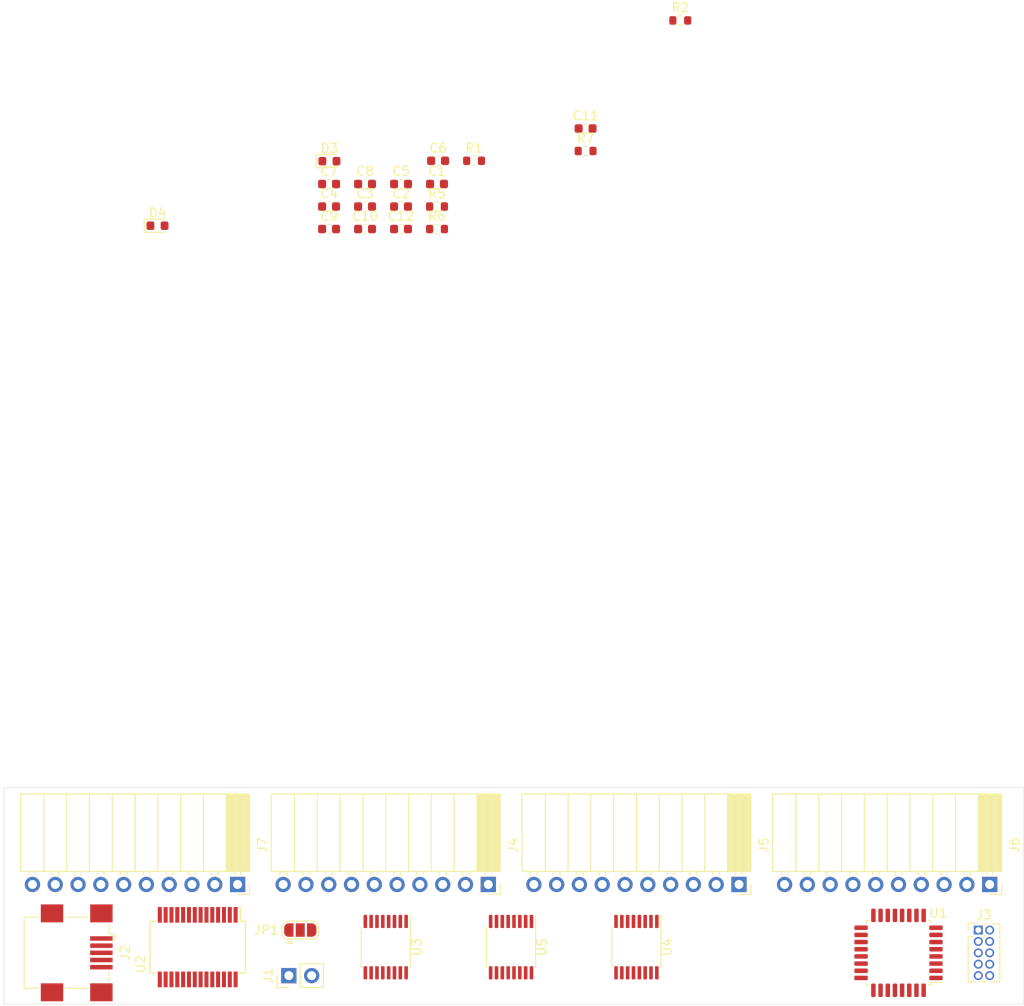
<source format=kicad_pcb>
(kicad_pcb (version 20171130) (host pcbnew "(5.1.9)-1")

  (general
    (thickness 1.6)
    (drawings 5)
    (tracks 0)
    (zones 0)
    (modules 32)
    (nets 50)
  )

  (page A4)
  (layers
    (0 F.Cu signal)
    (31 B.Cu signal)
    (32 B.Adhes user)
    (33 F.Adhes user)
    (34 B.Paste user)
    (35 F.Paste user)
    (36 B.SilkS user)
    (37 F.SilkS user)
    (38 B.Mask user)
    (39 F.Mask user)
    (40 Dwgs.User user)
    (41 Cmts.User user)
    (42 Eco1.User user)
    (43 Eco2.User user)
    (44 Edge.Cuts user)
    (45 Margin user)
    (46 B.CrtYd user)
    (47 F.CrtYd user)
    (48 B.Fab user)
    (49 F.Fab user)
  )

  (setup
    (last_trace_width 0.25)
    (trace_clearance 0.2)
    (zone_clearance 0.508)
    (zone_45_only no)
    (trace_min 0.2)
    (via_size 0.8)
    (via_drill 0.4)
    (via_min_size 0.4)
    (via_min_drill 0.3)
    (uvia_size 0.3)
    (uvia_drill 0.1)
    (uvias_allowed no)
    (uvia_min_size 0.2)
    (uvia_min_drill 0.1)
    (edge_width 0.05)
    (segment_width 0.2)
    (pcb_text_width 0.3)
    (pcb_text_size 1.5 1.5)
    (mod_edge_width 0.12)
    (mod_text_size 1 1)
    (mod_text_width 0.15)
    (pad_size 1.524 1.524)
    (pad_drill 0.762)
    (pad_to_mask_clearance 0)
    (aux_axis_origin 0 0)
    (visible_elements 7FFFFFFF)
    (pcbplotparams
      (layerselection 0x010fc_ffffffff)
      (usegerberextensions false)
      (usegerberattributes true)
      (usegerberadvancedattributes true)
      (creategerberjobfile true)
      (excludeedgelayer true)
      (linewidth 0.100000)
      (plotframeref false)
      (viasonmask false)
      (mode 1)
      (useauxorigin false)
      (hpglpennumber 1)
      (hpglpenspeed 20)
      (hpglpendiameter 15.000000)
      (psnegative false)
      (psa4output false)
      (plotreference true)
      (plotvalue true)
      (plotinvisibletext false)
      (padsonsilk false)
      (subtractmaskfromsilk false)
      (outputformat 1)
      (mirror false)
      (drillshape 1)
      (scaleselection 1)
      (outputdirectory ""))
  )

  (net 0 "")
  (net 1 GND)
  (net 2 /nRST)
  (net 3 +3V3)
  (net 4 /V_USB)
  (net 5 +5V)
  (net 6 "Net-(D3-Pad2)")
  (net 7 "Net-(D4-Pad2)")
  (net 8 "Net-(J1-Pad2)")
  (net 9 /D+)
  (net 10 /D-)
  (net 11 "Net-(J4-Pad9)")
  (net 12 "Net-(J4-Pad8)")
  (net 13 "Net-(J4-Pad7)")
  (net 14 "Net-(J4-Pad6)")
  (net 15 "Net-(J4-Pad5)")
  (net 16 "Net-(J4-Pad4)")
  (net 17 "Net-(J4-Pad3)")
  (net 18 "Net-(J4-Pad2)")
  (net 19 "Net-(J4-Pad1)")
  (net 20 "Net-(J5-Pad9)")
  (net 21 "Net-(J5-Pad8)")
  (net 22 "Net-(J5-Pad7)")
  (net 23 "Net-(J5-Pad6)")
  (net 24 "Net-(J5-Pad5)")
  (net 25 "Net-(J5-Pad4)")
  (net 26 "Net-(J5-Pad3)")
  (net 27 "Net-(J5-Pad2)")
  (net 28 "Net-(J5-Pad1)")
  (net 29 /ENGINE_OUT_0)
  (net 30 /ENGINE_OUT_1)
  (net 31 /ENGINE_OUT_2)
  (net 32 /ENGINE_OUT_3)
  (net 33 /ENGINE_OUT_4)
  (net 34 /ENGINE_OUT_5)
  (net 35 /ENGINE_OUT_6)
  (net 36 /ENGINE_OUT_7)
  (net 37 /ENGINE_OUT_8)
  (net 38 "Net-(R2-Pad1)")
  (net 39 "Net-(R5-Pad2)")
  (net 40 /LED1)
  (net 41 /OUT_DATA)
  (net 42 /OUT_LATCH)
  (net 43 /OUT_CLK)
  (net 44 /CLK)
  (net 45 /DIO)
  (net 46 /UART_MCU_RX)
  (net 47 /UART_MCU_TX)
  (net 48 "Net-(U3-Pad9)")
  (net 49 "Net-(U4-Pad9)")

  (net_class Default "This is the default net class."
    (clearance 0.2)
    (trace_width 0.25)
    (via_dia 0.8)
    (via_drill 0.4)
    (uvia_dia 0.3)
    (uvia_drill 0.1)
    (add_net +3V3)
    (add_net +5V)
    (add_net /CLK)
    (add_net /D+)
    (add_net /D-)
    (add_net /DIO)
    (add_net /ENGINE_OUT_0)
    (add_net /ENGINE_OUT_1)
    (add_net /ENGINE_OUT_2)
    (add_net /ENGINE_OUT_3)
    (add_net /ENGINE_OUT_4)
    (add_net /ENGINE_OUT_5)
    (add_net /ENGINE_OUT_6)
    (add_net /ENGINE_OUT_7)
    (add_net /ENGINE_OUT_8)
    (add_net /LED1)
    (add_net /OUT_CLK)
    (add_net /OUT_DATA)
    (add_net /OUT_LATCH)
    (add_net /UART_MCU_RX)
    (add_net /UART_MCU_TX)
    (add_net /V_USB)
    (add_net /nRST)
    (add_net GND)
    (add_net "Net-(D3-Pad2)")
    (add_net "Net-(D4-Pad2)")
    (add_net "Net-(J1-Pad2)")
    (add_net "Net-(J3-Pad6)")
    (add_net "Net-(J3-Pad7)")
    (add_net "Net-(J3-Pad8)")
    (add_net "Net-(J4-Pad1)")
    (add_net "Net-(J4-Pad2)")
    (add_net "Net-(J4-Pad3)")
    (add_net "Net-(J4-Pad4)")
    (add_net "Net-(J4-Pad5)")
    (add_net "Net-(J4-Pad6)")
    (add_net "Net-(J4-Pad7)")
    (add_net "Net-(J4-Pad8)")
    (add_net "Net-(J4-Pad9)")
    (add_net "Net-(J5-Pad1)")
    (add_net "Net-(J5-Pad2)")
    (add_net "Net-(J5-Pad3)")
    (add_net "Net-(J5-Pad4)")
    (add_net "Net-(J5-Pad5)")
    (add_net "Net-(J5-Pad6)")
    (add_net "Net-(J5-Pad7)")
    (add_net "Net-(J5-Pad8)")
    (add_net "Net-(J5-Pad9)")
    (add_net "Net-(R2-Pad1)")
    (add_net "Net-(R5-Pad2)")
    (add_net "Net-(U1-Pad14)")
    (add_net "Net-(U1-Pad15)")
    (add_net "Net-(U1-Pad2)")
    (add_net "Net-(U1-Pad25)")
    (add_net "Net-(U1-Pad29)")
    (add_net "Net-(U1-Pad3)")
    (add_net "Net-(U1-Pad30)")
    (add_net "Net-(U1-Pad7)")
    (add_net "Net-(U2-Pad10)")
    (add_net "Net-(U2-Pad11)")
    (add_net "Net-(U2-Pad12)")
    (add_net "Net-(U2-Pad13)")
    (add_net "Net-(U2-Pad19)")
    (add_net "Net-(U2-Pad2)")
    (add_net "Net-(U2-Pad22)")
    (add_net "Net-(U2-Pad23)")
    (add_net "Net-(U2-Pad27)")
    (add_net "Net-(U2-Pad28)")
    (add_net "Net-(U2-Pad3)")
    (add_net "Net-(U2-Pad6)")
    (add_net "Net-(U2-Pad9)")
    (add_net "Net-(U3-Pad9)")
    (add_net "Net-(U4-Pad9)")
    (add_net "Net-(U5-Pad2)")
    (add_net "Net-(U5-Pad3)")
    (add_net "Net-(U5-Pad4)")
    (add_net "Net-(U5-Pad5)")
    (add_net "Net-(U5-Pad6)")
    (add_net "Net-(U5-Pad7)")
    (add_net "Net-(U5-Pad9)")
  )

  (module Connector_PinHeader_2.54mm:PinHeader_1x02_P2.54mm_Vertical (layer F.Cu) (tedit 59FED5CC) (tstamp 609CE28E)
    (at 141.605 105.41 90)
    (descr "Through hole straight pin header, 1x02, 2.54mm pitch, single row")
    (tags "Through hole pin header THT 1x02 2.54mm single row")
    (path /60A359B8)
    (fp_text reference J1 (at 0 -2.33 90) (layer F.SilkS)
      (effects (font (size 1 1) (thickness 0.15)))
    )
    (fp_text value 5V_in (at 0 4.87 90) (layer F.Fab)
      (effects (font (size 1 1) (thickness 0.15)))
    )
    (fp_text user %R (at 0.635 1.27) (layer F.Fab)
      (effects (font (size 1 1) (thickness 0.15)))
    )
    (fp_line (start -0.635 -1.27) (end 1.27 -1.27) (layer F.Fab) (width 0.1))
    (fp_line (start 1.27 -1.27) (end 1.27 3.81) (layer F.Fab) (width 0.1))
    (fp_line (start 1.27 3.81) (end -1.27 3.81) (layer F.Fab) (width 0.1))
    (fp_line (start -1.27 3.81) (end -1.27 -0.635) (layer F.Fab) (width 0.1))
    (fp_line (start -1.27 -0.635) (end -0.635 -1.27) (layer F.Fab) (width 0.1))
    (fp_line (start -1.33 3.87) (end 1.33 3.87) (layer F.SilkS) (width 0.12))
    (fp_line (start -1.33 1.27) (end -1.33 3.87) (layer F.SilkS) (width 0.12))
    (fp_line (start 1.33 1.27) (end 1.33 3.87) (layer F.SilkS) (width 0.12))
    (fp_line (start -1.33 1.27) (end 1.33 1.27) (layer F.SilkS) (width 0.12))
    (fp_line (start -1.33 0) (end -1.33 -1.33) (layer F.SilkS) (width 0.12))
    (fp_line (start -1.33 -1.33) (end 0 -1.33) (layer F.SilkS) (width 0.12))
    (fp_line (start -1.8 -1.8) (end -1.8 4.35) (layer F.CrtYd) (width 0.05))
    (fp_line (start -1.8 4.35) (end 1.8 4.35) (layer F.CrtYd) (width 0.05))
    (fp_line (start 1.8 4.35) (end 1.8 -1.8) (layer F.CrtYd) (width 0.05))
    (fp_line (start 1.8 -1.8) (end -1.8 -1.8) (layer F.CrtYd) (width 0.05))
    (pad 2 thru_hole oval (at 0 2.54 90) (size 1.7 1.7) (drill 1) (layers *.Cu *.Mask)
      (net 8 "Net-(J1-Pad2)"))
    (pad 1 thru_hole rect (at 0 0 90) (size 1.7 1.7) (drill 1) (layers *.Cu *.Mask)
      (net 1 GND))
    (model ${KISYS3DMOD}/Connector_PinHeader_2.54mm.3dshapes/PinHeader_1x02_P2.54mm_Vertical.wrl
      (at (xyz 0 0 0))
      (scale (xyz 1 1 1))
      (rotate (xyz 0 0 0))
    )
  )

  (module Package_QFP:LQFP-32_7x7mm_P0.8mm (layer F.Cu) (tedit 5D9F72AF) (tstamp 60989085)
    (at 209.55 102.87 180)
    (descr "LQFP, 32 Pin (https://www.nxp.com/docs/en/package-information/SOT358-1.pdf), generated with kicad-footprint-generator ipc_gullwing_generator.py")
    (tags "LQFP QFP")
    (path /5EDA6E8D)
    (attr smd)
    (fp_text reference U1 (at -4.445 4.445) (layer F.SilkS)
      (effects (font (size 1 1) (thickness 0.15)))
    )
    (fp_text value STM32F030K6Tx (at 0 5.88) (layer F.Fab)
      (effects (font (size 1 1) (thickness 0.15)))
    )
    (fp_line (start 5.18 3.3) (end 5.18 0) (layer F.CrtYd) (width 0.05))
    (fp_line (start 3.75 3.3) (end 5.18 3.3) (layer F.CrtYd) (width 0.05))
    (fp_line (start 3.75 3.75) (end 3.75 3.3) (layer F.CrtYd) (width 0.05))
    (fp_line (start 3.3 3.75) (end 3.75 3.75) (layer F.CrtYd) (width 0.05))
    (fp_line (start 3.3 5.18) (end 3.3 3.75) (layer F.CrtYd) (width 0.05))
    (fp_line (start 0 5.18) (end 3.3 5.18) (layer F.CrtYd) (width 0.05))
    (fp_line (start -5.18 3.3) (end -5.18 0) (layer F.CrtYd) (width 0.05))
    (fp_line (start -3.75 3.3) (end -5.18 3.3) (layer F.CrtYd) (width 0.05))
    (fp_line (start -3.75 3.75) (end -3.75 3.3) (layer F.CrtYd) (width 0.05))
    (fp_line (start -3.3 3.75) (end -3.75 3.75) (layer F.CrtYd) (width 0.05))
    (fp_line (start -3.3 5.18) (end -3.3 3.75) (layer F.CrtYd) (width 0.05))
    (fp_line (start 0 5.18) (end -3.3 5.18) (layer F.CrtYd) (width 0.05))
    (fp_line (start 5.18 -3.3) (end 5.18 0) (layer F.CrtYd) (width 0.05))
    (fp_line (start 3.75 -3.3) (end 5.18 -3.3) (layer F.CrtYd) (width 0.05))
    (fp_line (start 3.75 -3.75) (end 3.75 -3.3) (layer F.CrtYd) (width 0.05))
    (fp_line (start 3.3 -3.75) (end 3.75 -3.75) (layer F.CrtYd) (width 0.05))
    (fp_line (start 3.3 -5.18) (end 3.3 -3.75) (layer F.CrtYd) (width 0.05))
    (fp_line (start 0 -5.18) (end 3.3 -5.18) (layer F.CrtYd) (width 0.05))
    (fp_line (start -5.18 -3.3) (end -5.18 0) (layer F.CrtYd) (width 0.05))
    (fp_line (start -3.75 -3.3) (end -5.18 -3.3) (layer F.CrtYd) (width 0.05))
    (fp_line (start -3.75 -3.75) (end -3.75 -3.3) (layer F.CrtYd) (width 0.05))
    (fp_line (start -3.3 -3.75) (end -3.75 -3.75) (layer F.CrtYd) (width 0.05))
    (fp_line (start -3.3 -5.18) (end -3.3 -3.75) (layer F.CrtYd) (width 0.05))
    (fp_line (start 0 -5.18) (end -3.3 -5.18) (layer F.CrtYd) (width 0.05))
    (fp_line (start -3.5 -2.5) (end -2.5 -3.5) (layer F.Fab) (width 0.1))
    (fp_line (start -3.5 3.5) (end -3.5 -2.5) (layer F.Fab) (width 0.1))
    (fp_line (start 3.5 3.5) (end -3.5 3.5) (layer F.Fab) (width 0.1))
    (fp_line (start 3.5 -3.5) (end 3.5 3.5) (layer F.Fab) (width 0.1))
    (fp_line (start -2.5 -3.5) (end 3.5 -3.5) (layer F.Fab) (width 0.1))
    (fp_line (start -3.61 -3.31) (end -4.925 -3.31) (layer F.SilkS) (width 0.12))
    (fp_line (start -3.61 -3.61) (end -3.61 -3.31) (layer F.SilkS) (width 0.12))
    (fp_line (start -3.31 -3.61) (end -3.61 -3.61) (layer F.SilkS) (width 0.12))
    (fp_line (start 3.61 -3.61) (end 3.61 -3.31) (layer F.SilkS) (width 0.12))
    (fp_line (start 3.31 -3.61) (end 3.61 -3.61) (layer F.SilkS) (width 0.12))
    (fp_line (start -3.61 3.61) (end -3.61 3.31) (layer F.SilkS) (width 0.12))
    (fp_line (start -3.31 3.61) (end -3.61 3.61) (layer F.SilkS) (width 0.12))
    (fp_line (start 3.61 3.61) (end 3.61 3.31) (layer F.SilkS) (width 0.12))
    (fp_line (start 3.31 3.61) (end 3.61 3.61) (layer F.SilkS) (width 0.12))
    (fp_text user %R (at -0.58 -0.59) (layer F.Fab)
      (effects (font (size 1 1) (thickness 0.15)))
    )
    (pad 32 smd roundrect (at -2.8 -4.175 180) (size 0.5 1.5) (layers F.Cu F.Paste F.Mask) (roundrect_rratio 0.25)
      (net 1 GND))
    (pad 31 smd roundrect (at -2 -4.175 180) (size 0.5 1.5) (layers F.Cu F.Paste F.Mask) (roundrect_rratio 0.25)
      (net 38 "Net-(R2-Pad1)"))
    (pad 30 smd roundrect (at -1.2 -4.175 180) (size 0.5 1.5) (layers F.Cu F.Paste F.Mask) (roundrect_rratio 0.25))
    (pad 29 smd roundrect (at -0.4 -4.175 180) (size 0.5 1.5) (layers F.Cu F.Paste F.Mask) (roundrect_rratio 0.25))
    (pad 28 smd roundrect (at 0.4 -4.175 180) (size 0.5 1.5) (layers F.Cu F.Paste F.Mask) (roundrect_rratio 0.25)
      (net 41 /OUT_DATA))
    (pad 27 smd roundrect (at 1.2 -4.175 180) (size 0.5 1.5) (layers F.Cu F.Paste F.Mask) (roundrect_rratio 0.25)
      (net 42 /OUT_LATCH))
    (pad 26 smd roundrect (at 2 -4.175 180) (size 0.5 1.5) (layers F.Cu F.Paste F.Mask) (roundrect_rratio 0.25)
      (net 43 /OUT_CLK))
    (pad 25 smd roundrect (at 2.8 -4.175 180) (size 0.5 1.5) (layers F.Cu F.Paste F.Mask) (roundrect_rratio 0.25))
    (pad 24 smd roundrect (at 4.175 -2.8 180) (size 1.5 0.5) (layers F.Cu F.Paste F.Mask) (roundrect_rratio 0.25)
      (net 44 /CLK))
    (pad 23 smd roundrect (at 4.175 -2 180) (size 1.5 0.5) (layers F.Cu F.Paste F.Mask) (roundrect_rratio 0.25)
      (net 45 /DIO))
    (pad 22 smd roundrect (at 4.175 -1.2 180) (size 1.5 0.5) (layers F.Cu F.Paste F.Mask) (roundrect_rratio 0.25)
      (net 37 /ENGINE_OUT_8))
    (pad 21 smd roundrect (at 4.175 -0.4 180) (size 1.5 0.5) (layers F.Cu F.Paste F.Mask) (roundrect_rratio 0.25)
      (net 36 /ENGINE_OUT_7))
    (pad 20 smd roundrect (at 4.175 0.4 180) (size 1.5 0.5) (layers F.Cu F.Paste F.Mask) (roundrect_rratio 0.25)
      (net 35 /ENGINE_OUT_6))
    (pad 19 smd roundrect (at 4.175 1.2 180) (size 1.5 0.5) (layers F.Cu F.Paste F.Mask) (roundrect_rratio 0.25)
      (net 34 /ENGINE_OUT_5))
    (pad 18 smd roundrect (at 4.175 2 180) (size 1.5 0.5) (layers F.Cu F.Paste F.Mask) (roundrect_rratio 0.25)
      (net 33 /ENGINE_OUT_4))
    (pad 17 smd roundrect (at 4.175 2.8 180) (size 1.5 0.5) (layers F.Cu F.Paste F.Mask) (roundrect_rratio 0.25)
      (net 3 +3V3))
    (pad 16 smd roundrect (at 2.8 4.175 180) (size 0.5 1.5) (layers F.Cu F.Paste F.Mask) (roundrect_rratio 0.25)
      (net 1 GND))
    (pad 15 smd roundrect (at 2 4.175 180) (size 0.5 1.5) (layers F.Cu F.Paste F.Mask) (roundrect_rratio 0.25))
    (pad 14 smd roundrect (at 1.2 4.175 180) (size 0.5 1.5) (layers F.Cu F.Paste F.Mask) (roundrect_rratio 0.25))
    (pad 13 smd roundrect (at 0.4 4.175 180) (size 0.5 1.5) (layers F.Cu F.Paste F.Mask) (roundrect_rratio 0.25)
      (net 32 /ENGINE_OUT_3))
    (pad 12 smd roundrect (at -0.4 4.175 180) (size 0.5 1.5) (layers F.Cu F.Paste F.Mask) (roundrect_rratio 0.25)
      (net 31 /ENGINE_OUT_2))
    (pad 11 smd roundrect (at -1.2 4.175 180) (size 0.5 1.5) (layers F.Cu F.Paste F.Mask) (roundrect_rratio 0.25)
      (net 30 /ENGINE_OUT_1))
    (pad 10 smd roundrect (at -2 4.175 180) (size 0.5 1.5) (layers F.Cu F.Paste F.Mask) (roundrect_rratio 0.25)
      (net 29 /ENGINE_OUT_0))
    (pad 9 smd roundrect (at -2.8 4.175 180) (size 0.5 1.5) (layers F.Cu F.Paste F.Mask) (roundrect_rratio 0.25)
      (net 46 /UART_MCU_RX))
    (pad 8 smd roundrect (at -4.175 2.8 180) (size 1.5 0.5) (layers F.Cu F.Paste F.Mask) (roundrect_rratio 0.25)
      (net 47 /UART_MCU_TX))
    (pad 7 smd roundrect (at -4.175 2 180) (size 1.5 0.5) (layers F.Cu F.Paste F.Mask) (roundrect_rratio 0.25))
    (pad 6 smd roundrect (at -4.175 1.2 180) (size 1.5 0.5) (layers F.Cu F.Paste F.Mask) (roundrect_rratio 0.25)
      (net 40 /LED1))
    (pad 5 smd roundrect (at -4.175 0.4 180) (size 1.5 0.5) (layers F.Cu F.Paste F.Mask) (roundrect_rratio 0.25)
      (net 3 +3V3))
    (pad 4 smd roundrect (at -4.175 -0.4 180) (size 1.5 0.5) (layers F.Cu F.Paste F.Mask) (roundrect_rratio 0.25)
      (net 2 /nRST))
    (pad 3 smd roundrect (at -4.175 -1.2 180) (size 1.5 0.5) (layers F.Cu F.Paste F.Mask) (roundrect_rratio 0.25))
    (pad 2 smd roundrect (at -4.175 -2 180) (size 1.5 0.5) (layers F.Cu F.Paste F.Mask) (roundrect_rratio 0.25))
    (pad 1 smd roundrect (at -4.175 -2.8 180) (size 1.5 0.5) (layers F.Cu F.Paste F.Mask) (roundrect_rratio 0.25)
      (net 3 +3V3))
    (model ${KISYS3DMOD}/Package_QFP.3dshapes/LQFP-32_7x7mm_P0.8mm.wrl
      (at (xyz 0 0 0))
      (scale (xyz 1 1 1))
      (rotate (xyz 0 0 0))
    )
  )

  (module Connector_PinHeader_1.27mm:PinHeader_2x05_P1.27mm_Vertical (layer F.Cu) (tedit 59FED6E3) (tstamp 6098D6EE)
    (at 218.44 100.33)
    (descr "Through hole straight pin header, 2x05, 1.27mm pitch, double rows")
    (tags "Through hole pin header THT 2x05 1.27mm double row")
    (path /60F5CE79)
    (fp_text reference J3 (at 0.635 -1.695) (layer F.SilkS)
      (effects (font (size 1 1) (thickness 0.15)))
    )
    (fp_text value ARM_SWD (at 0.635 6.775) (layer F.Fab)
      (effects (font (size 1 1) (thickness 0.15)))
    )
    (fp_text user %R (at 0.635 2.54 90) (layer F.Fab)
      (effects (font (size 1 1) (thickness 0.15)))
    )
    (fp_line (start -0.2175 -0.635) (end 2.34 -0.635) (layer F.Fab) (width 0.1))
    (fp_line (start 2.34 -0.635) (end 2.34 5.715) (layer F.Fab) (width 0.1))
    (fp_line (start 2.34 5.715) (end -1.07 5.715) (layer F.Fab) (width 0.1))
    (fp_line (start -1.07 5.715) (end -1.07 0.2175) (layer F.Fab) (width 0.1))
    (fp_line (start -1.07 0.2175) (end -0.2175 -0.635) (layer F.Fab) (width 0.1))
    (fp_line (start -1.13 5.775) (end -0.30753 5.775) (layer F.SilkS) (width 0.12))
    (fp_line (start 1.57753 5.775) (end 2.4 5.775) (layer F.SilkS) (width 0.12))
    (fp_line (start 0.30753 5.775) (end 0.96247 5.775) (layer F.SilkS) (width 0.12))
    (fp_line (start -1.13 0.76) (end -1.13 5.775) (layer F.SilkS) (width 0.12))
    (fp_line (start 2.4 -0.695) (end 2.4 5.775) (layer F.SilkS) (width 0.12))
    (fp_line (start -1.13 0.76) (end -0.563471 0.76) (layer F.SilkS) (width 0.12))
    (fp_line (start 0.563471 0.76) (end 0.706529 0.76) (layer F.SilkS) (width 0.12))
    (fp_line (start 0.76 0.706529) (end 0.76 0.563471) (layer F.SilkS) (width 0.12))
    (fp_line (start 0.76 -0.563471) (end 0.76 -0.695) (layer F.SilkS) (width 0.12))
    (fp_line (start 0.76 -0.695) (end 0.96247 -0.695) (layer F.SilkS) (width 0.12))
    (fp_line (start 1.57753 -0.695) (end 2.4 -0.695) (layer F.SilkS) (width 0.12))
    (fp_line (start -1.13 0) (end -1.13 -0.76) (layer F.SilkS) (width 0.12))
    (fp_line (start -1.13 -0.76) (end 0 -0.76) (layer F.SilkS) (width 0.12))
    (fp_line (start -1.6 -1.15) (end -1.6 6.25) (layer F.CrtYd) (width 0.05))
    (fp_line (start -1.6 6.25) (end 2.85 6.25) (layer F.CrtYd) (width 0.05))
    (fp_line (start 2.85 6.25) (end 2.85 -1.15) (layer F.CrtYd) (width 0.05))
    (fp_line (start 2.85 -1.15) (end -1.6 -1.15) (layer F.CrtYd) (width 0.05))
    (pad 10 thru_hole oval (at 1.27 5.08) (size 1 1) (drill 0.65) (layers *.Cu *.Mask)
      (net 2 /nRST))
    (pad 9 thru_hole oval (at 0 5.08) (size 1 1) (drill 0.65) (layers *.Cu *.Mask)
      (net 1 GND))
    (pad 8 thru_hole oval (at 1.27 3.81) (size 1 1) (drill 0.65) (layers *.Cu *.Mask))
    (pad 7 thru_hole oval (at 0 3.81) (size 1 1) (drill 0.65) (layers *.Cu *.Mask))
    (pad 6 thru_hole oval (at 1.27 2.54) (size 1 1) (drill 0.65) (layers *.Cu *.Mask))
    (pad 5 thru_hole oval (at 0 2.54) (size 1 1) (drill 0.65) (layers *.Cu *.Mask)
      (net 1 GND))
    (pad 4 thru_hole oval (at 1.27 1.27) (size 1 1) (drill 0.65) (layers *.Cu *.Mask)
      (net 44 /CLK))
    (pad 3 thru_hole oval (at 0 1.27) (size 1 1) (drill 0.65) (layers *.Cu *.Mask)
      (net 1 GND))
    (pad 2 thru_hole oval (at 1.27 0) (size 1 1) (drill 0.65) (layers *.Cu *.Mask)
      (net 45 /DIO))
    (pad 1 thru_hole rect (at 0 0) (size 1 1) (drill 0.65) (layers *.Cu *.Mask)
      (net 3 +3V3))
    (model ${KISYS3DMOD}/Connector_PinHeader_1.27mm.3dshapes/PinHeader_2x05_P1.27mm_Vertical.wrl
      (at (xyz 0 0 0))
      (scale (xyz 1 1 1))
      (rotate (xyz 0 0 0))
    )
  )

  (module Package_SO:TSSOP-16_4.4x5mm_P0.65mm (layer F.Cu) (tedit 5E476F32) (tstamp 6098DC7A)
    (at 166.37 102.235 270)
    (descr "TSSOP, 16 Pin (JEDEC MO-153 Var AB https://www.jedec.org/document_search?search_api_views_fulltext=MO-153), generated with kicad-footprint-generator ipc_gullwing_generator.py")
    (tags "TSSOP SO")
    (path /60CF6BE5)
    (attr smd)
    (fp_text reference U5 (at 0 -3.45 90) (layer F.SilkS)
      (effects (font (size 1 1) (thickness 0.15)))
    )
    (fp_text value 74HCT595PW (at 0 3.45 90) (layer F.Fab)
      (effects (font (size 1 1) (thickness 0.15)))
    )
    (fp_line (start 3.85 -2.75) (end -3.85 -2.75) (layer F.CrtYd) (width 0.05))
    (fp_line (start 3.85 2.75) (end 3.85 -2.75) (layer F.CrtYd) (width 0.05))
    (fp_line (start -3.85 2.75) (end 3.85 2.75) (layer F.CrtYd) (width 0.05))
    (fp_line (start -3.85 -2.75) (end -3.85 2.75) (layer F.CrtYd) (width 0.05))
    (fp_line (start -2.2 -1.5) (end -1.2 -2.5) (layer F.Fab) (width 0.1))
    (fp_line (start -2.2 2.5) (end -2.2 -1.5) (layer F.Fab) (width 0.1))
    (fp_line (start 2.2 2.5) (end -2.2 2.5) (layer F.Fab) (width 0.1))
    (fp_line (start 2.2 -2.5) (end 2.2 2.5) (layer F.Fab) (width 0.1))
    (fp_line (start -1.2 -2.5) (end 2.2 -2.5) (layer F.Fab) (width 0.1))
    (fp_line (start 0 -2.735) (end -3.6 -2.735) (layer F.SilkS) (width 0.12))
    (fp_line (start 0 -2.735) (end 2.2 -2.735) (layer F.SilkS) (width 0.12))
    (fp_line (start 0 2.735) (end -2.2 2.735) (layer F.SilkS) (width 0.12))
    (fp_line (start 0 2.735) (end 2.2 2.735) (layer F.SilkS) (width 0.12))
    (fp_text user %R (at 0 0 90) (layer F.Fab)
      (effects (font (size 1 1) (thickness 0.15)))
    )
    (pad 16 smd roundrect (at 2.8625 -2.275 270) (size 1.475 0.4) (layers F.Cu F.Paste F.Mask) (roundrect_rratio 0.25)
      (net 5 +5V))
    (pad 15 smd roundrect (at 2.8625 -1.625 270) (size 1.475 0.4) (layers F.Cu F.Paste F.Mask) (roundrect_rratio 0.25)
      (net 21 "Net-(J5-Pad8)"))
    (pad 14 smd roundrect (at 2.8625 -0.975 270) (size 1.475 0.4) (layers F.Cu F.Paste F.Mask) (roundrect_rratio 0.25)
      (net 49 "Net-(U4-Pad9)"))
    (pad 13 smd roundrect (at 2.8625 -0.325 270) (size 1.475 0.4) (layers F.Cu F.Paste F.Mask) (roundrect_rratio 0.25)
      (net 1 GND))
    (pad 12 smd roundrect (at 2.8625 0.325 270) (size 1.475 0.4) (layers F.Cu F.Paste F.Mask) (roundrect_rratio 0.25)
      (net 42 /OUT_LATCH))
    (pad 11 smd roundrect (at 2.8625 0.975 270) (size 1.475 0.4) (layers F.Cu F.Paste F.Mask) (roundrect_rratio 0.25)
      (net 43 /OUT_CLK))
    (pad 10 smd roundrect (at 2.8625 1.625 270) (size 1.475 0.4) (layers F.Cu F.Paste F.Mask) (roundrect_rratio 0.25)
      (net 5 +5V))
    (pad 9 smd roundrect (at 2.8625 2.275 270) (size 1.475 0.4) (layers F.Cu F.Paste F.Mask) (roundrect_rratio 0.25))
    (pad 8 smd roundrect (at -2.8625 2.275 270) (size 1.475 0.4) (layers F.Cu F.Paste F.Mask) (roundrect_rratio 0.25)
      (net 1 GND))
    (pad 7 smd roundrect (at -2.8625 1.625 270) (size 1.475 0.4) (layers F.Cu F.Paste F.Mask) (roundrect_rratio 0.25))
    (pad 6 smd roundrect (at -2.8625 0.975 270) (size 1.475 0.4) (layers F.Cu F.Paste F.Mask) (roundrect_rratio 0.25))
    (pad 5 smd roundrect (at -2.8625 0.325 270) (size 1.475 0.4) (layers F.Cu F.Paste F.Mask) (roundrect_rratio 0.25))
    (pad 4 smd roundrect (at -2.8625 -0.325 270) (size 1.475 0.4) (layers F.Cu F.Paste F.Mask) (roundrect_rratio 0.25))
    (pad 3 smd roundrect (at -2.8625 -0.975 270) (size 1.475 0.4) (layers F.Cu F.Paste F.Mask) (roundrect_rratio 0.25))
    (pad 2 smd roundrect (at -2.8625 -1.625 270) (size 1.475 0.4) (layers F.Cu F.Paste F.Mask) (roundrect_rratio 0.25))
    (pad 1 smd roundrect (at -2.8625 -2.275 270) (size 1.475 0.4) (layers F.Cu F.Paste F.Mask) (roundrect_rratio 0.25)
      (net 20 "Net-(J5-Pad9)"))
    (model ${KISYS3DMOD}/Package_SO.3dshapes/TSSOP-16_4.4x5mm_P0.65mm.wrl
      (at (xyz 0 0 0))
      (scale (xyz 1 1 1))
      (rotate (xyz 0 0 0))
    )
  )

  (module Package_SO:TSSOP-16_4.4x5mm_P0.65mm (layer F.Cu) (tedit 5E476F32) (tstamp 6098DC58)
    (at 180.34 102.235 270)
    (descr "TSSOP, 16 Pin (JEDEC MO-153 Var AB https://www.jedec.org/document_search?search_api_views_fulltext=MO-153), generated with kicad-footprint-generator ipc_gullwing_generator.py")
    (tags "TSSOP SO")
    (path /60CEE73B)
    (attr smd)
    (fp_text reference U4 (at 0 -3.45 90) (layer F.SilkS)
      (effects (font (size 1 1) (thickness 0.15)))
    )
    (fp_text value 74HCT595PW (at 0 3.45 90) (layer F.Fab)
      (effects (font (size 1 1) (thickness 0.15)))
    )
    (fp_line (start 3.85 -2.75) (end -3.85 -2.75) (layer F.CrtYd) (width 0.05))
    (fp_line (start 3.85 2.75) (end 3.85 -2.75) (layer F.CrtYd) (width 0.05))
    (fp_line (start -3.85 2.75) (end 3.85 2.75) (layer F.CrtYd) (width 0.05))
    (fp_line (start -3.85 -2.75) (end -3.85 2.75) (layer F.CrtYd) (width 0.05))
    (fp_line (start -2.2 -1.5) (end -1.2 -2.5) (layer F.Fab) (width 0.1))
    (fp_line (start -2.2 2.5) (end -2.2 -1.5) (layer F.Fab) (width 0.1))
    (fp_line (start 2.2 2.5) (end -2.2 2.5) (layer F.Fab) (width 0.1))
    (fp_line (start 2.2 -2.5) (end 2.2 2.5) (layer F.Fab) (width 0.1))
    (fp_line (start -1.2 -2.5) (end 2.2 -2.5) (layer F.Fab) (width 0.1))
    (fp_line (start 0 -2.735) (end -3.6 -2.735) (layer F.SilkS) (width 0.12))
    (fp_line (start 0 -2.735) (end 2.2 -2.735) (layer F.SilkS) (width 0.12))
    (fp_line (start 0 2.735) (end -2.2 2.735) (layer F.SilkS) (width 0.12))
    (fp_line (start 0 2.735) (end 2.2 2.735) (layer F.SilkS) (width 0.12))
    (fp_text user %R (at 0 0 90) (layer F.Fab)
      (effects (font (size 1 1) (thickness 0.15)))
    )
    (pad 16 smd roundrect (at 2.8625 -2.275 270) (size 1.475 0.4) (layers F.Cu F.Paste F.Mask) (roundrect_rratio 0.25)
      (net 5 +5V))
    (pad 15 smd roundrect (at 2.8625 -1.625 270) (size 1.475 0.4) (layers F.Cu F.Paste F.Mask) (roundrect_rratio 0.25)
      (net 11 "Net-(J4-Pad9)"))
    (pad 14 smd roundrect (at 2.8625 -0.975 270) (size 1.475 0.4) (layers F.Cu F.Paste F.Mask) (roundrect_rratio 0.25)
      (net 48 "Net-(U3-Pad9)"))
    (pad 13 smd roundrect (at 2.8625 -0.325 270) (size 1.475 0.4) (layers F.Cu F.Paste F.Mask) (roundrect_rratio 0.25)
      (net 1 GND))
    (pad 12 smd roundrect (at 2.8625 0.325 270) (size 1.475 0.4) (layers F.Cu F.Paste F.Mask) (roundrect_rratio 0.25)
      (net 42 /OUT_LATCH))
    (pad 11 smd roundrect (at 2.8625 0.975 270) (size 1.475 0.4) (layers F.Cu F.Paste F.Mask) (roundrect_rratio 0.25)
      (net 43 /OUT_CLK))
    (pad 10 smd roundrect (at 2.8625 1.625 270) (size 1.475 0.4) (layers F.Cu F.Paste F.Mask) (roundrect_rratio 0.25)
      (net 5 +5V))
    (pad 9 smd roundrect (at 2.8625 2.275 270) (size 1.475 0.4) (layers F.Cu F.Paste F.Mask) (roundrect_rratio 0.25)
      (net 49 "Net-(U4-Pad9)"))
    (pad 8 smd roundrect (at -2.8625 2.275 270) (size 1.475 0.4) (layers F.Cu F.Paste F.Mask) (roundrect_rratio 0.25)
      (net 1 GND))
    (pad 7 smd roundrect (at -2.8625 1.625 270) (size 1.475 0.4) (layers F.Cu F.Paste F.Mask) (roundrect_rratio 0.25)
      (net 22 "Net-(J5-Pad7)"))
    (pad 6 smd roundrect (at -2.8625 0.975 270) (size 1.475 0.4) (layers F.Cu F.Paste F.Mask) (roundrect_rratio 0.25)
      (net 23 "Net-(J5-Pad6)"))
    (pad 5 smd roundrect (at -2.8625 0.325 270) (size 1.475 0.4) (layers F.Cu F.Paste F.Mask) (roundrect_rratio 0.25)
      (net 24 "Net-(J5-Pad5)"))
    (pad 4 smd roundrect (at -2.8625 -0.325 270) (size 1.475 0.4) (layers F.Cu F.Paste F.Mask) (roundrect_rratio 0.25)
      (net 25 "Net-(J5-Pad4)"))
    (pad 3 smd roundrect (at -2.8625 -0.975 270) (size 1.475 0.4) (layers F.Cu F.Paste F.Mask) (roundrect_rratio 0.25)
      (net 26 "Net-(J5-Pad3)"))
    (pad 2 smd roundrect (at -2.8625 -1.625 270) (size 1.475 0.4) (layers F.Cu F.Paste F.Mask) (roundrect_rratio 0.25)
      (net 27 "Net-(J5-Pad2)"))
    (pad 1 smd roundrect (at -2.8625 -2.275 270) (size 1.475 0.4) (layers F.Cu F.Paste F.Mask) (roundrect_rratio 0.25)
      (net 28 "Net-(J5-Pad1)"))
    (model ${KISYS3DMOD}/Package_SO.3dshapes/TSSOP-16_4.4x5mm_P0.65mm.wrl
      (at (xyz 0 0 0))
      (scale (xyz 1 1 1))
      (rotate (xyz 0 0 0))
    )
  )

  (module Package_SO:TSSOP-16_4.4x5mm_P0.65mm (layer F.Cu) (tedit 5E476F32) (tstamp 609D214C)
    (at 152.4 102.235 270)
    (descr "TSSOP, 16 Pin (JEDEC MO-153 Var AB https://www.jedec.org/document_search?search_api_views_fulltext=MO-153), generated with kicad-footprint-generator ipc_gullwing_generator.py")
    (tags "TSSOP SO")
    (path /60C71648)
    (attr smd)
    (fp_text reference U3 (at 0 -3.45 90) (layer F.SilkS)
      (effects (font (size 1 1) (thickness 0.15)))
    )
    (fp_text value 74HCT595PW (at 0 3.45 90) (layer F.Fab)
      (effects (font (size 1 1) (thickness 0.15)))
    )
    (fp_line (start 3.85 -2.75) (end -3.85 -2.75) (layer F.CrtYd) (width 0.05))
    (fp_line (start 3.85 2.75) (end 3.85 -2.75) (layer F.CrtYd) (width 0.05))
    (fp_line (start -3.85 2.75) (end 3.85 2.75) (layer F.CrtYd) (width 0.05))
    (fp_line (start -3.85 -2.75) (end -3.85 2.75) (layer F.CrtYd) (width 0.05))
    (fp_line (start -2.2 -1.5) (end -1.2 -2.5) (layer F.Fab) (width 0.1))
    (fp_line (start -2.2 2.5) (end -2.2 -1.5) (layer F.Fab) (width 0.1))
    (fp_line (start 2.2 2.5) (end -2.2 2.5) (layer F.Fab) (width 0.1))
    (fp_line (start 2.2 -2.5) (end 2.2 2.5) (layer F.Fab) (width 0.1))
    (fp_line (start -1.2 -2.5) (end 2.2 -2.5) (layer F.Fab) (width 0.1))
    (fp_line (start 0 -2.735) (end -3.6 -2.735) (layer F.SilkS) (width 0.12))
    (fp_line (start 0 -2.735) (end 2.2 -2.735) (layer F.SilkS) (width 0.12))
    (fp_line (start 0 2.735) (end -2.2 2.735) (layer F.SilkS) (width 0.12))
    (fp_line (start 0 2.735) (end 2.2 2.735) (layer F.SilkS) (width 0.12))
    (fp_text user %R (at 0 0 90) (layer F.Fab)
      (effects (font (size 1 1) (thickness 0.15)))
    )
    (pad 16 smd roundrect (at 2.8625 -2.275 270) (size 1.475 0.4) (layers F.Cu F.Paste F.Mask) (roundrect_rratio 0.25)
      (net 5 +5V))
    (pad 15 smd roundrect (at 2.8625 -1.625 270) (size 1.475 0.4) (layers F.Cu F.Paste F.Mask) (roundrect_rratio 0.25)
      (net 19 "Net-(J4-Pad1)"))
    (pad 14 smd roundrect (at 2.8625 -0.975 270) (size 1.475 0.4) (layers F.Cu F.Paste F.Mask) (roundrect_rratio 0.25)
      (net 41 /OUT_DATA))
    (pad 13 smd roundrect (at 2.8625 -0.325 270) (size 1.475 0.4) (layers F.Cu F.Paste F.Mask) (roundrect_rratio 0.25)
      (net 1 GND))
    (pad 12 smd roundrect (at 2.8625 0.325 270) (size 1.475 0.4) (layers F.Cu F.Paste F.Mask) (roundrect_rratio 0.25)
      (net 42 /OUT_LATCH))
    (pad 11 smd roundrect (at 2.8625 0.975 270) (size 1.475 0.4) (layers F.Cu F.Paste F.Mask) (roundrect_rratio 0.25)
      (net 43 /OUT_CLK))
    (pad 10 smd roundrect (at 2.8625 1.625 270) (size 1.475 0.4) (layers F.Cu F.Paste F.Mask) (roundrect_rratio 0.25)
      (net 5 +5V))
    (pad 9 smd roundrect (at 2.8625 2.275 270) (size 1.475 0.4) (layers F.Cu F.Paste F.Mask) (roundrect_rratio 0.25)
      (net 48 "Net-(U3-Pad9)"))
    (pad 8 smd roundrect (at -2.8625 2.275 270) (size 1.475 0.4) (layers F.Cu F.Paste F.Mask) (roundrect_rratio 0.25)
      (net 1 GND))
    (pad 7 smd roundrect (at -2.8625 1.625 270) (size 1.475 0.4) (layers F.Cu F.Paste F.Mask) (roundrect_rratio 0.25)
      (net 12 "Net-(J4-Pad8)"))
    (pad 6 smd roundrect (at -2.8625 0.975 270) (size 1.475 0.4) (layers F.Cu F.Paste F.Mask) (roundrect_rratio 0.25)
      (net 13 "Net-(J4-Pad7)"))
    (pad 5 smd roundrect (at -2.8625 0.325 270) (size 1.475 0.4) (layers F.Cu F.Paste F.Mask) (roundrect_rratio 0.25)
      (net 14 "Net-(J4-Pad6)"))
    (pad 4 smd roundrect (at -2.8625 -0.325 270) (size 1.475 0.4) (layers F.Cu F.Paste F.Mask) (roundrect_rratio 0.25)
      (net 15 "Net-(J4-Pad5)"))
    (pad 3 smd roundrect (at -2.8625 -0.975 270) (size 1.475 0.4) (layers F.Cu F.Paste F.Mask) (roundrect_rratio 0.25)
      (net 16 "Net-(J4-Pad4)"))
    (pad 2 smd roundrect (at -2.8625 -1.625 270) (size 1.475 0.4) (layers F.Cu F.Paste F.Mask) (roundrect_rratio 0.25)
      (net 17 "Net-(J4-Pad3)"))
    (pad 1 smd roundrect (at -2.8625 -2.275 270) (size 1.475 0.4) (layers F.Cu F.Paste F.Mask) (roundrect_rratio 0.25)
      (net 18 "Net-(J4-Pad2)"))
    (model ${KISYS3DMOD}/Package_SO.3dshapes/TSSOP-16_4.4x5mm_P0.65mm.wrl
      (at (xyz 0 0 0))
      (scale (xyz 1 1 1))
      (rotate (xyz 0 0 0))
    )
  )

  (module Package_SO:SSOP-28_5.3x10.2mm_P0.65mm (layer F.Cu) (tedit 5A02F25C) (tstamp 609890B6)
    (at 131.445 102.235 270)
    (descr "28-Lead Plastic Shrink Small Outline (SS)-5.30 mm Body [SSOP] (see Microchip Packaging Specification 00000049BS.pdf)")
    (tags "SSOP 0.65")
    (path /61289EF6)
    (attr smd)
    (fp_text reference U2 (at 1.905 6.35 90) (layer F.SilkS)
      (effects (font (size 1 1) (thickness 0.15)))
    )
    (fp_text value FT232RL (at 0 6.25 90) (layer F.Fab)
      (effects (font (size 1 1) (thickness 0.15)))
    )
    (fp_line (start -2.875 -4.75) (end -4.475 -4.75) (layer F.SilkS) (width 0.15))
    (fp_line (start -2.875 5.325) (end 2.875 5.325) (layer F.SilkS) (width 0.15))
    (fp_line (start -2.875 -5.325) (end 2.875 -5.325) (layer F.SilkS) (width 0.15))
    (fp_line (start -2.875 5.325) (end -2.875 4.675) (layer F.SilkS) (width 0.15))
    (fp_line (start 2.875 5.325) (end 2.875 4.675) (layer F.SilkS) (width 0.15))
    (fp_line (start 2.875 -5.325) (end 2.875 -4.675) (layer F.SilkS) (width 0.15))
    (fp_line (start -2.875 -5.325) (end -2.875 -4.75) (layer F.SilkS) (width 0.15))
    (fp_line (start -4.75 5.5) (end 4.75 5.5) (layer F.CrtYd) (width 0.05))
    (fp_line (start -4.75 -5.5) (end 4.75 -5.5) (layer F.CrtYd) (width 0.05))
    (fp_line (start 4.75 -5.5) (end 4.75 5.5) (layer F.CrtYd) (width 0.05))
    (fp_line (start -4.75 -5.5) (end -4.75 5.5) (layer F.CrtYd) (width 0.05))
    (fp_line (start -2.65 -4.1) (end -1.65 -5.1) (layer F.Fab) (width 0.15))
    (fp_line (start -2.65 5.1) (end -2.65 -4.1) (layer F.Fab) (width 0.15))
    (fp_line (start 2.65 5.1) (end -2.65 5.1) (layer F.Fab) (width 0.15))
    (fp_line (start 2.65 -5.1) (end 2.65 5.1) (layer F.Fab) (width 0.15))
    (fp_line (start -1.65 -5.1) (end 2.65 -5.1) (layer F.Fab) (width 0.15))
    (fp_text user %R (at 0 0 90) (layer F.Fab)
      (effects (font (size 0.8 0.8) (thickness 0.15)))
    )
    (pad 28 smd rect (at 3.6 -4.225 270) (size 1.75 0.45) (layers F.Cu F.Paste F.Mask))
    (pad 27 smd rect (at 3.6 -3.575 270) (size 1.75 0.45) (layers F.Cu F.Paste F.Mask))
    (pad 26 smd rect (at 3.6 -2.925 270) (size 1.75 0.45) (layers F.Cu F.Paste F.Mask)
      (net 1 GND))
    (pad 25 smd rect (at 3.6 -2.275 270) (size 1.75 0.45) (layers F.Cu F.Paste F.Mask)
      (net 1 GND))
    (pad 24 smd rect (at 3.6 -1.625 270) (size 1.75 0.45) (layers F.Cu F.Paste F.Mask))
    (pad 23 smd rect (at 3.6 -0.975 270) (size 1.75 0.45) (layers F.Cu F.Paste F.Mask))
    (pad 22 smd rect (at 3.6 -0.325 270) (size 1.75 0.45) (layers F.Cu F.Paste F.Mask))
    (pad 21 smd rect (at 3.6 0.325 270) (size 1.75 0.45) (layers F.Cu F.Paste F.Mask)
      (net 1 GND))
    (pad 20 smd rect (at 3.6 0.975 270) (size 1.75 0.45) (layers F.Cu F.Paste F.Mask)
      (net 4 /V_USB))
    (pad 19 smd rect (at 3.6 1.625 270) (size 1.75 0.45) (layers F.Cu F.Paste F.Mask))
    (pad 18 smd rect (at 3.6 2.275 270) (size 1.75 0.45) (layers F.Cu F.Paste F.Mask)
      (net 1 GND))
    (pad 17 smd rect (at 3.6 2.925 270) (size 1.75 0.45) (layers F.Cu F.Paste F.Mask)
      (net 3 +3V3))
    (pad 16 smd rect (at 3.6 3.575 270) (size 1.75 0.45) (layers F.Cu F.Paste F.Mask)
      (net 10 /D-))
    (pad 15 smd rect (at 3.6 4.225 270) (size 1.75 0.45) (layers F.Cu F.Paste F.Mask)
      (net 9 /D+))
    (pad 14 smd rect (at -3.6 4.225 270) (size 1.75 0.45) (layers F.Cu F.Paste F.Mask)
      (net 39 "Net-(R5-Pad2)"))
    (pad 13 smd rect (at -3.6 3.575 270) (size 1.75 0.45) (layers F.Cu F.Paste F.Mask))
    (pad 12 smd rect (at -3.6 2.925 270) (size 1.75 0.45) (layers F.Cu F.Paste F.Mask))
    (pad 11 smd rect (at -3.6 2.275 270) (size 1.75 0.45) (layers F.Cu F.Paste F.Mask))
    (pad 10 smd rect (at -3.6 1.625 270) (size 1.75 0.45) (layers F.Cu F.Paste F.Mask))
    (pad 9 smd rect (at -3.6 0.975 270) (size 1.75 0.45) (layers F.Cu F.Paste F.Mask))
    (pad 8 smd rect (at -3.6 0.325 270) (size 1.75 0.45) (layers F.Cu F.Paste F.Mask))
    (pad 7 smd rect (at -3.6 -0.325 270) (size 1.75 0.45) (layers F.Cu F.Paste F.Mask)
      (net 1 GND))
    (pad 6 smd rect (at -3.6 -0.975 270) (size 1.75 0.45) (layers F.Cu F.Paste F.Mask))
    (pad 5 smd rect (at -3.6 -1.625 270) (size 1.75 0.45) (layers F.Cu F.Paste F.Mask)
      (net 47 /UART_MCU_TX))
    (pad 4 smd rect (at -3.6 -2.275 270) (size 1.75 0.45) (layers F.Cu F.Paste F.Mask)
      (net 3 +3V3))
    (pad 3 smd rect (at -3.6 -2.925 270) (size 1.75 0.45) (layers F.Cu F.Paste F.Mask))
    (pad 2 smd rect (at -3.6 -3.575 270) (size 1.75 0.45) (layers F.Cu F.Paste F.Mask))
    (pad 1 smd rect (at -3.6 -4.225 270) (size 1.75 0.45) (layers F.Cu F.Paste F.Mask)
      (net 46 /UART_MCU_RX))
    (model ${KISYS3DMOD}/Package_SO.3dshapes/SSOP-28_5.3x10.2mm_P0.65mm.wrl
      (at (xyz 0 0 0))
      (scale (xyz 1 1 1))
      (rotate (xyz 0 0 0))
    )
  )

  (module Resistor_SMD:R_0603_1608Metric (layer F.Cu) (tedit 5F68FEEE) (tstamp 6098903A)
    (at 174.675 13.465)
    (descr "Resistor SMD 0603 (1608 Metric), square (rectangular) end terminal, IPC_7351 nominal, (Body size source: IPC-SM-782 page 72, https://www.pcb-3d.com/wordpress/wp-content/uploads/ipc-sm-782a_amendment_1_and_2.pdf), generated with kicad-footprint-generator")
    (tags resistor)
    (path /6207A11B)
    (attr smd)
    (fp_text reference R7 (at 0 -1.43) (layer F.SilkS)
      (effects (font (size 1 1) (thickness 0.15)))
    )
    (fp_text value rled (at 0 1.43) (layer F.Fab)
      (effects (font (size 1 1) (thickness 0.15)))
    )
    (fp_line (start 1.48 0.73) (end -1.48 0.73) (layer F.CrtYd) (width 0.05))
    (fp_line (start 1.48 -0.73) (end 1.48 0.73) (layer F.CrtYd) (width 0.05))
    (fp_line (start -1.48 -0.73) (end 1.48 -0.73) (layer F.CrtYd) (width 0.05))
    (fp_line (start -1.48 0.73) (end -1.48 -0.73) (layer F.CrtYd) (width 0.05))
    (fp_line (start -0.237258 0.5225) (end 0.237258 0.5225) (layer F.SilkS) (width 0.12))
    (fp_line (start -0.237258 -0.5225) (end 0.237258 -0.5225) (layer F.SilkS) (width 0.12))
    (fp_line (start 0.8 0.4125) (end -0.8 0.4125) (layer F.Fab) (width 0.1))
    (fp_line (start 0.8 -0.4125) (end 0.8 0.4125) (layer F.Fab) (width 0.1))
    (fp_line (start -0.8 -0.4125) (end 0.8 -0.4125) (layer F.Fab) (width 0.1))
    (fp_line (start -0.8 0.4125) (end -0.8 -0.4125) (layer F.Fab) (width 0.1))
    (fp_text user %R (at 0 0) (layer F.Fab)
      (effects (font (size 0.4 0.4) (thickness 0.06)))
    )
    (pad 2 smd roundrect (at 0.825 0) (size 0.8 0.95) (layers F.Cu F.Paste F.Mask) (roundrect_rratio 0.25)
      (net 7 "Net-(D4-Pad2)"))
    (pad 1 smd roundrect (at -0.825 0) (size 0.8 0.95) (layers F.Cu F.Paste F.Mask) (roundrect_rratio 0.25)
      (net 5 +5V))
    (model ${KISYS3DMOD}/Resistor_SMD.3dshapes/R_0603_1608Metric.wrl
      (at (xyz 0 0 0))
      (scale (xyz 1 1 1))
      (rotate (xyz 0 0 0))
    )
  )

  (module Resistor_SMD:R_0603_1608Metric (layer F.Cu) (tedit 5F68FEEE) (tstamp 60989029)
    (at 158.115 22.165)
    (descr "Resistor SMD 0603 (1608 Metric), square (rectangular) end terminal, IPC_7351 nominal, (Body size source: IPC-SM-782 page 72, https://www.pcb-3d.com/wordpress/wp-content/uploads/ipc-sm-782a_amendment_1_and_2.pdf), generated with kicad-footprint-generator")
    (tags resistor)
    (path /6206A162)
    (attr smd)
    (fp_text reference R6 (at 0 -1.43) (layer F.SilkS)
      (effects (font (size 1 1) (thickness 0.15)))
    )
    (fp_text value rled (at 0 1.43) (layer F.Fab)
      (effects (font (size 1 1) (thickness 0.15)))
    )
    (fp_line (start 1.48 0.73) (end -1.48 0.73) (layer F.CrtYd) (width 0.05))
    (fp_line (start 1.48 -0.73) (end 1.48 0.73) (layer F.CrtYd) (width 0.05))
    (fp_line (start -1.48 -0.73) (end 1.48 -0.73) (layer F.CrtYd) (width 0.05))
    (fp_line (start -1.48 0.73) (end -1.48 -0.73) (layer F.CrtYd) (width 0.05))
    (fp_line (start -0.237258 0.5225) (end 0.237258 0.5225) (layer F.SilkS) (width 0.12))
    (fp_line (start -0.237258 -0.5225) (end 0.237258 -0.5225) (layer F.SilkS) (width 0.12))
    (fp_line (start 0.8 0.4125) (end -0.8 0.4125) (layer F.Fab) (width 0.1))
    (fp_line (start 0.8 -0.4125) (end 0.8 0.4125) (layer F.Fab) (width 0.1))
    (fp_line (start -0.8 -0.4125) (end 0.8 -0.4125) (layer F.Fab) (width 0.1))
    (fp_line (start -0.8 0.4125) (end -0.8 -0.4125) (layer F.Fab) (width 0.1))
    (fp_text user %R (at 0 0) (layer F.Fab)
      (effects (font (size 0.4 0.4) (thickness 0.06)))
    )
    (pad 2 smd roundrect (at 0.825 0) (size 0.8 0.95) (layers F.Cu F.Paste F.Mask) (roundrect_rratio 0.25)
      (net 6 "Net-(D3-Pad2)"))
    (pad 1 smd roundrect (at -0.825 0) (size 0.8 0.95) (layers F.Cu F.Paste F.Mask) (roundrect_rratio 0.25)
      (net 40 /LED1))
    (model ${KISYS3DMOD}/Resistor_SMD.3dshapes/R_0603_1608Metric.wrl
      (at (xyz 0 0 0))
      (scale (xyz 1 1 1))
      (rotate (xyz 0 0 0))
    )
  )

  (module Resistor_SMD:R_0603_1608Metric (layer F.Cu) (tedit 5F68FEEE) (tstamp 60989018)
    (at 158.115 19.655)
    (descr "Resistor SMD 0603 (1608 Metric), square (rectangular) end terminal, IPC_7351 nominal, (Body size source: IPC-SM-782 page 72, https://www.pcb-3d.com/wordpress/wp-content/uploads/ipc-sm-782a_amendment_1_and_2.pdf), generated with kicad-footprint-generator")
    (tags resistor)
    (path /61230271)
    (attr smd)
    (fp_text reference R5 (at 0 -1.43) (layer F.SilkS)
      (effects (font (size 1 1) (thickness 0.15)))
    )
    (fp_text value 10K (at 0 1.43) (layer F.Fab)
      (effects (font (size 1 1) (thickness 0.15)))
    )
    (fp_line (start 1.48 0.73) (end -1.48 0.73) (layer F.CrtYd) (width 0.05))
    (fp_line (start 1.48 -0.73) (end 1.48 0.73) (layer F.CrtYd) (width 0.05))
    (fp_line (start -1.48 -0.73) (end 1.48 -0.73) (layer F.CrtYd) (width 0.05))
    (fp_line (start -1.48 0.73) (end -1.48 -0.73) (layer F.CrtYd) (width 0.05))
    (fp_line (start -0.237258 0.5225) (end 0.237258 0.5225) (layer F.SilkS) (width 0.12))
    (fp_line (start -0.237258 -0.5225) (end 0.237258 -0.5225) (layer F.SilkS) (width 0.12))
    (fp_line (start 0.8 0.4125) (end -0.8 0.4125) (layer F.Fab) (width 0.1))
    (fp_line (start 0.8 -0.4125) (end 0.8 0.4125) (layer F.Fab) (width 0.1))
    (fp_line (start -0.8 -0.4125) (end 0.8 -0.4125) (layer F.Fab) (width 0.1))
    (fp_line (start -0.8 0.4125) (end -0.8 -0.4125) (layer F.Fab) (width 0.1))
    (fp_text user %R (at 0 0) (layer F.Fab)
      (effects (font (size 0.4 0.4) (thickness 0.06)))
    )
    (pad 2 smd roundrect (at 0.825 0) (size 0.8 0.95) (layers F.Cu F.Paste F.Mask) (roundrect_rratio 0.25)
      (net 39 "Net-(R5-Pad2)"))
    (pad 1 smd roundrect (at -0.825 0) (size 0.8 0.95) (layers F.Cu F.Paste F.Mask) (roundrect_rratio 0.25)
      (net 3 +3V3))
    (model ${KISYS3DMOD}/Resistor_SMD.3dshapes/R_0603_1608Metric.wrl
      (at (xyz 0 0 0))
      (scale (xyz 1 1 1))
      (rotate (xyz 0 0 0))
    )
  )

  (module Resistor_SMD:R_0603_1608Metric (layer F.Cu) (tedit 5F68FEEE) (tstamp 60988FE5)
    (at 185.225 -1.095)
    (descr "Resistor SMD 0603 (1608 Metric), square (rectangular) end terminal, IPC_7351 nominal, (Body size source: IPC-SM-782 page 72, https://www.pcb-3d.com/wordpress/wp-content/uploads/ipc-sm-782a_amendment_1_and_2.pdf), generated with kicad-footprint-generator")
    (tags resistor)
    (path /5EE88A6F)
    (attr smd)
    (fp_text reference R2 (at 0 -1.43) (layer F.SilkS)
      (effects (font (size 1 1) (thickness 0.15)))
    )
    (fp_text value 10K (at 0 1.43) (layer F.Fab)
      (effects (font (size 1 1) (thickness 0.15)))
    )
    (fp_line (start 1.48 0.73) (end -1.48 0.73) (layer F.CrtYd) (width 0.05))
    (fp_line (start 1.48 -0.73) (end 1.48 0.73) (layer F.CrtYd) (width 0.05))
    (fp_line (start -1.48 -0.73) (end 1.48 -0.73) (layer F.CrtYd) (width 0.05))
    (fp_line (start -1.48 0.73) (end -1.48 -0.73) (layer F.CrtYd) (width 0.05))
    (fp_line (start -0.237258 0.5225) (end 0.237258 0.5225) (layer F.SilkS) (width 0.12))
    (fp_line (start -0.237258 -0.5225) (end 0.237258 -0.5225) (layer F.SilkS) (width 0.12))
    (fp_line (start 0.8 0.4125) (end -0.8 0.4125) (layer F.Fab) (width 0.1))
    (fp_line (start 0.8 -0.4125) (end 0.8 0.4125) (layer F.Fab) (width 0.1))
    (fp_line (start -0.8 -0.4125) (end 0.8 -0.4125) (layer F.Fab) (width 0.1))
    (fp_line (start -0.8 0.4125) (end -0.8 -0.4125) (layer F.Fab) (width 0.1))
    (fp_text user %R (at 0 0) (layer F.Fab)
      (effects (font (size 0.4 0.4) (thickness 0.06)))
    )
    (pad 2 smd roundrect (at 0.825 0) (size 0.8 0.95) (layers F.Cu F.Paste F.Mask) (roundrect_rratio 0.25)
      (net 1 GND))
    (pad 1 smd roundrect (at -0.825 0) (size 0.8 0.95) (layers F.Cu F.Paste F.Mask) (roundrect_rratio 0.25)
      (net 38 "Net-(R2-Pad1)"))
    (model ${KISYS3DMOD}/Resistor_SMD.3dshapes/R_0603_1608Metric.wrl
      (at (xyz 0 0 0))
      (scale (xyz 1 1 1))
      (rotate (xyz 0 0 0))
    )
  )

  (module Resistor_SMD:R_0603_1608Metric (layer F.Cu) (tedit 5F68FEEE) (tstamp 60988FD4)
    (at 162.245 14.555)
    (descr "Resistor SMD 0603 (1608 Metric), square (rectangular) end terminal, IPC_7351 nominal, (Body size source: IPC-SM-782 page 72, https://www.pcb-3d.com/wordpress/wp-content/uploads/ipc-sm-782a_amendment_1_and_2.pdf), generated with kicad-footprint-generator")
    (tags resistor)
    (path /5EE659F1)
    (attr smd)
    (fp_text reference R1 (at 0 -1.43) (layer F.SilkS)
      (effects (font (size 1 1) (thickness 0.15)))
    )
    (fp_text value 10K (at 0 1.43) (layer F.Fab)
      (effects (font (size 1 1) (thickness 0.15)))
    )
    (fp_line (start 1.48 0.73) (end -1.48 0.73) (layer F.CrtYd) (width 0.05))
    (fp_line (start 1.48 -0.73) (end 1.48 0.73) (layer F.CrtYd) (width 0.05))
    (fp_line (start -1.48 -0.73) (end 1.48 -0.73) (layer F.CrtYd) (width 0.05))
    (fp_line (start -1.48 0.73) (end -1.48 -0.73) (layer F.CrtYd) (width 0.05))
    (fp_line (start -0.237258 0.5225) (end 0.237258 0.5225) (layer F.SilkS) (width 0.12))
    (fp_line (start -0.237258 -0.5225) (end 0.237258 -0.5225) (layer F.SilkS) (width 0.12))
    (fp_line (start 0.8 0.4125) (end -0.8 0.4125) (layer F.Fab) (width 0.1))
    (fp_line (start 0.8 -0.4125) (end 0.8 0.4125) (layer F.Fab) (width 0.1))
    (fp_line (start -0.8 -0.4125) (end 0.8 -0.4125) (layer F.Fab) (width 0.1))
    (fp_line (start -0.8 0.4125) (end -0.8 -0.4125) (layer F.Fab) (width 0.1))
    (fp_text user %R (at 0 0) (layer F.Fab)
      (effects (font (size 0.4 0.4) (thickness 0.06)))
    )
    (pad 2 smd roundrect (at 0.825 0) (size 0.8 0.95) (layers F.Cu F.Paste F.Mask) (roundrect_rratio 0.25)
      (net 2 /nRST))
    (pad 1 smd roundrect (at -0.825 0) (size 0.8 0.95) (layers F.Cu F.Paste F.Mask) (roundrect_rratio 0.25)
      (net 3 +3V3))
    (model ${KISYS3DMOD}/Resistor_SMD.3dshapes/R_0603_1608Metric.wrl
      (at (xyz 0 0 0))
      (scale (xyz 1 1 1))
      (rotate (xyz 0 0 0))
    )
  )

  (module Jumper:SolderJumper-3_P1.3mm_Open_RoundedPad1.0x1.5mm (layer F.Cu) (tedit 5B391EB7) (tstamp 60988FC3)
    (at 142.875 100.33)
    (descr "SMD Solder 3-pad Jumper, 1x1.5mm rounded Pads, 0.3mm gap, open")
    (tags "solder jumper open")
    (path /60B03F08)
    (attr virtual)
    (fp_text reference JP1 (at -3.78 0) (layer F.SilkS)
      (effects (font (size 1 1) (thickness 0.15)))
    )
    (fp_text value "5V Select" (at 0 1.9) (layer F.Fab)
      (effects (font (size 1 1) (thickness 0.15)))
    )
    (fp_line (start 2.3 1.25) (end -2.3 1.25) (layer F.CrtYd) (width 0.05))
    (fp_line (start 2.3 1.25) (end 2.3 -1.25) (layer F.CrtYd) (width 0.05))
    (fp_line (start -2.3 -1.25) (end -2.3 1.25) (layer F.CrtYd) (width 0.05))
    (fp_line (start -2.3 -1.25) (end 2.3 -1.25) (layer F.CrtYd) (width 0.05))
    (fp_line (start -1.4 -1) (end 1.4 -1) (layer F.SilkS) (width 0.12))
    (fp_line (start 2.05 -0.3) (end 2.05 0.3) (layer F.SilkS) (width 0.12))
    (fp_line (start 1.4 1) (end -1.4 1) (layer F.SilkS) (width 0.12))
    (fp_line (start -2.05 0.3) (end -2.05 -0.3) (layer F.SilkS) (width 0.12))
    (fp_line (start -1.2 1.2) (end -1.5 1.5) (layer F.SilkS) (width 0.12))
    (fp_line (start -1.5 1.5) (end -0.9 1.5) (layer F.SilkS) (width 0.12))
    (fp_line (start -1.2 1.2) (end -0.9 1.5) (layer F.SilkS) (width 0.12))
    (fp_arc (start -1.35 -0.3) (end -1.35 -1) (angle -90) (layer F.SilkS) (width 0.12))
    (fp_arc (start -1.35 0.3) (end -2.05 0.3) (angle -90) (layer F.SilkS) (width 0.12))
    (fp_arc (start 1.35 0.3) (end 1.35 1) (angle -90) (layer F.SilkS) (width 0.12))
    (fp_arc (start 1.35 -0.3) (end 2.05 -0.3) (angle -90) (layer F.SilkS) (width 0.12))
    (pad 2 smd rect (at 0 0) (size 1 1.5) (layers F.Cu F.Mask)
      (net 5 +5V))
    (pad 3 smd custom (at 1.3 0) (size 1 0.5) (layers F.Cu F.Mask)
      (net 8 "Net-(J1-Pad2)") (zone_connect 2)
      (options (clearance outline) (anchor rect))
      (primitives
        (gr_circle (center 0 0.25) (end 0.5 0.25) (width 0))
        (gr_circle (center 0 -0.25) (end 0.5 -0.25) (width 0))
        (gr_poly (pts
           (xy -0.55 -0.75) (xy 0 -0.75) (xy 0 0.75) (xy -0.55 0.75)) (width 0))
      ))
    (pad 1 smd custom (at -1.3 0) (size 1 0.5) (layers F.Cu F.Mask)
      (net 4 /V_USB) (zone_connect 2)
      (options (clearance outline) (anchor rect))
      (primitives
        (gr_circle (center 0 0.25) (end 0.5 0.25) (width 0))
        (gr_circle (center 0 -0.25) (end 0.5 -0.25) (width 0))
        (gr_poly (pts
           (xy 0.55 -0.75) (xy 0 -0.75) (xy 0 0.75) (xy 0.55 0.75)) (width 0))
      ))
  )

  (module Connector_PinSocket_2.54mm:PinSocket_1x10_P2.54mm_Horizontal (layer F.Cu) (tedit 5A19A425) (tstamp 609895AF)
    (at 135.89 95.25 270)
    (descr "Through hole angled socket strip, 1x10, 2.54mm pitch, 8.51mm socket length, single row (from Kicad 4.0.7), script generated")
    (tags "Through hole angled socket strip THT 1x10 2.54mm single row")
    (path /60EB450F)
    (fp_text reference J7 (at -4.38 -2.77 90) (layer F.SilkS)
      (effects (font (size 1 1) (thickness 0.15)))
    )
    (fp_text value PWR (at -4.38 25.63 90) (layer F.Fab)
      (effects (font (size 1 1) (thickness 0.15)))
    )
    (fp_line (start 1.75 24.65) (end 1.75 -1.75) (layer F.CrtYd) (width 0.05))
    (fp_line (start -10.55 24.65) (end 1.75 24.65) (layer F.CrtYd) (width 0.05))
    (fp_line (start -10.55 -1.75) (end -10.55 24.65) (layer F.CrtYd) (width 0.05))
    (fp_line (start 1.75 -1.75) (end -10.55 -1.75) (layer F.CrtYd) (width 0.05))
    (fp_line (start 0 -1.33) (end 1.11 -1.33) (layer F.SilkS) (width 0.12))
    (fp_line (start 1.11 -1.33) (end 1.11 0) (layer F.SilkS) (width 0.12))
    (fp_line (start -10.09 -1.33) (end -10.09 24.19) (layer F.SilkS) (width 0.12))
    (fp_line (start -10.09 24.19) (end -1.46 24.19) (layer F.SilkS) (width 0.12))
    (fp_line (start -1.46 -1.33) (end -1.46 24.19) (layer F.SilkS) (width 0.12))
    (fp_line (start -10.09 -1.33) (end -1.46 -1.33) (layer F.SilkS) (width 0.12))
    (fp_line (start -10.09 21.59) (end -1.46 21.59) (layer F.SilkS) (width 0.12))
    (fp_line (start -10.09 19.05) (end -1.46 19.05) (layer F.SilkS) (width 0.12))
    (fp_line (start -10.09 16.51) (end -1.46 16.51) (layer F.SilkS) (width 0.12))
    (fp_line (start -10.09 13.97) (end -1.46 13.97) (layer F.SilkS) (width 0.12))
    (fp_line (start -10.09 11.43) (end -1.46 11.43) (layer F.SilkS) (width 0.12))
    (fp_line (start -10.09 8.89) (end -1.46 8.89) (layer F.SilkS) (width 0.12))
    (fp_line (start -10.09 6.35) (end -1.46 6.35) (layer F.SilkS) (width 0.12))
    (fp_line (start -10.09 3.81) (end -1.46 3.81) (layer F.SilkS) (width 0.12))
    (fp_line (start -10.09 1.27) (end -1.46 1.27) (layer F.SilkS) (width 0.12))
    (fp_line (start -1.46 23.22) (end -1.05 23.22) (layer F.SilkS) (width 0.12))
    (fp_line (start -1.46 22.5) (end -1.05 22.5) (layer F.SilkS) (width 0.12))
    (fp_line (start -1.46 20.68) (end -1.05 20.68) (layer F.SilkS) (width 0.12))
    (fp_line (start -1.46 19.96) (end -1.05 19.96) (layer F.SilkS) (width 0.12))
    (fp_line (start -1.46 18.14) (end -1.05 18.14) (layer F.SilkS) (width 0.12))
    (fp_line (start -1.46 17.42) (end -1.05 17.42) (layer F.SilkS) (width 0.12))
    (fp_line (start -1.46 15.6) (end -1.05 15.6) (layer F.SilkS) (width 0.12))
    (fp_line (start -1.46 14.88) (end -1.05 14.88) (layer F.SilkS) (width 0.12))
    (fp_line (start -1.46 13.06) (end -1.05 13.06) (layer F.SilkS) (width 0.12))
    (fp_line (start -1.46 12.34) (end -1.05 12.34) (layer F.SilkS) (width 0.12))
    (fp_line (start -1.46 10.52) (end -1.05 10.52) (layer F.SilkS) (width 0.12))
    (fp_line (start -1.46 9.8) (end -1.05 9.8) (layer F.SilkS) (width 0.12))
    (fp_line (start -1.46 7.98) (end -1.05 7.98) (layer F.SilkS) (width 0.12))
    (fp_line (start -1.46 7.26) (end -1.05 7.26) (layer F.SilkS) (width 0.12))
    (fp_line (start -1.46 5.44) (end -1.05 5.44) (layer F.SilkS) (width 0.12))
    (fp_line (start -1.46 4.72) (end -1.05 4.72) (layer F.SilkS) (width 0.12))
    (fp_line (start -1.46 2.9) (end -1.05 2.9) (layer F.SilkS) (width 0.12))
    (fp_line (start -1.46 2.18) (end -1.05 2.18) (layer F.SilkS) (width 0.12))
    (fp_line (start -1.46 0.36) (end -1.11 0.36) (layer F.SilkS) (width 0.12))
    (fp_line (start -1.46 -0.36) (end -1.11 -0.36) (layer F.SilkS) (width 0.12))
    (fp_line (start -10.09 1.1519) (end -1.46 1.1519) (layer F.SilkS) (width 0.12))
    (fp_line (start -10.09 1.033805) (end -1.46 1.033805) (layer F.SilkS) (width 0.12))
    (fp_line (start -10.09 0.91571) (end -1.46 0.91571) (layer F.SilkS) (width 0.12))
    (fp_line (start -10.09 0.797615) (end -1.46 0.797615) (layer F.SilkS) (width 0.12))
    (fp_line (start -10.09 0.67952) (end -1.46 0.67952) (layer F.SilkS) (width 0.12))
    (fp_line (start -10.09 0.561425) (end -1.46 0.561425) (layer F.SilkS) (width 0.12))
    (fp_line (start -10.09 0.44333) (end -1.46 0.44333) (layer F.SilkS) (width 0.12))
    (fp_line (start -10.09 0.325235) (end -1.46 0.325235) (layer F.SilkS) (width 0.12))
    (fp_line (start -10.09 0.20714) (end -1.46 0.20714) (layer F.SilkS) (width 0.12))
    (fp_line (start -10.09 0.089045) (end -1.46 0.089045) (layer F.SilkS) (width 0.12))
    (fp_line (start -10.09 -0.02905) (end -1.46 -0.02905) (layer F.SilkS) (width 0.12))
    (fp_line (start -10.09 -0.147145) (end -1.46 -0.147145) (layer F.SilkS) (width 0.12))
    (fp_line (start -10.09 -0.26524) (end -1.46 -0.26524) (layer F.SilkS) (width 0.12))
    (fp_line (start -10.09 -0.383335) (end -1.46 -0.383335) (layer F.SilkS) (width 0.12))
    (fp_line (start -10.09 -0.50143) (end -1.46 -0.50143) (layer F.SilkS) (width 0.12))
    (fp_line (start -10.09 -0.619525) (end -1.46 -0.619525) (layer F.SilkS) (width 0.12))
    (fp_line (start -10.09 -0.73762) (end -1.46 -0.73762) (layer F.SilkS) (width 0.12))
    (fp_line (start -10.09 -0.855715) (end -1.46 -0.855715) (layer F.SilkS) (width 0.12))
    (fp_line (start -10.09 -0.97381) (end -1.46 -0.97381) (layer F.SilkS) (width 0.12))
    (fp_line (start -10.09 -1.091905) (end -1.46 -1.091905) (layer F.SilkS) (width 0.12))
    (fp_line (start -10.09 -1.21) (end -1.46 -1.21) (layer F.SilkS) (width 0.12))
    (fp_line (start 0 23.16) (end 0 22.56) (layer F.Fab) (width 0.1))
    (fp_line (start -1.52 23.16) (end 0 23.16) (layer F.Fab) (width 0.1))
    (fp_line (start 0 22.56) (end -1.52 22.56) (layer F.Fab) (width 0.1))
    (fp_line (start 0 20.62) (end 0 20.02) (layer F.Fab) (width 0.1))
    (fp_line (start -1.52 20.62) (end 0 20.62) (layer F.Fab) (width 0.1))
    (fp_line (start 0 20.02) (end -1.52 20.02) (layer F.Fab) (width 0.1))
    (fp_line (start 0 18.08) (end 0 17.48) (layer F.Fab) (width 0.1))
    (fp_line (start -1.52 18.08) (end 0 18.08) (layer F.Fab) (width 0.1))
    (fp_line (start 0 17.48) (end -1.52 17.48) (layer F.Fab) (width 0.1))
    (fp_line (start 0 15.54) (end 0 14.94) (layer F.Fab) (width 0.1))
    (fp_line (start -1.52 15.54) (end 0 15.54) (layer F.Fab) (width 0.1))
    (fp_line (start 0 14.94) (end -1.52 14.94) (layer F.Fab) (width 0.1))
    (fp_line (start 0 13) (end 0 12.4) (layer F.Fab) (width 0.1))
    (fp_line (start -1.52 13) (end 0 13) (layer F.Fab) (width 0.1))
    (fp_line (start 0 12.4) (end -1.52 12.4) (layer F.Fab) (width 0.1))
    (fp_line (start 0 10.46) (end 0 9.86) (layer F.Fab) (width 0.1))
    (fp_line (start -1.52 10.46) (end 0 10.46) (layer F.Fab) (width 0.1))
    (fp_line (start 0 9.86) (end -1.52 9.86) (layer F.Fab) (width 0.1))
    (fp_line (start 0 7.92) (end 0 7.32) (layer F.Fab) (width 0.1))
    (fp_line (start -1.52 7.92) (end 0 7.92) (layer F.Fab) (width 0.1))
    (fp_line (start 0 7.32) (end -1.52 7.32) (layer F.Fab) (width 0.1))
    (fp_line (start 0 5.38) (end 0 4.78) (layer F.Fab) (width 0.1))
    (fp_line (start -1.52 5.38) (end 0 5.38) (layer F.Fab) (width 0.1))
    (fp_line (start 0 4.78) (end -1.52 4.78) (layer F.Fab) (width 0.1))
    (fp_line (start 0 2.84) (end 0 2.24) (layer F.Fab) (width 0.1))
    (fp_line (start -1.52 2.84) (end 0 2.84) (layer F.Fab) (width 0.1))
    (fp_line (start 0 2.24) (end -1.52 2.24) (layer F.Fab) (width 0.1))
    (fp_line (start 0 0.3) (end 0 -0.3) (layer F.Fab) (width 0.1))
    (fp_line (start -1.52 0.3) (end 0 0.3) (layer F.Fab) (width 0.1))
    (fp_line (start 0 -0.3) (end -1.52 -0.3) (layer F.Fab) (width 0.1))
    (fp_line (start -10.03 24.13) (end -10.03 -1.27) (layer F.Fab) (width 0.1))
    (fp_line (start -1.52 24.13) (end -10.03 24.13) (layer F.Fab) (width 0.1))
    (fp_line (start -1.52 -0.3) (end -1.52 24.13) (layer F.Fab) (width 0.1))
    (fp_line (start -2.49 -1.27) (end -1.52 -0.3) (layer F.Fab) (width 0.1))
    (fp_line (start -10.03 -1.27) (end -2.49 -1.27) (layer F.Fab) (width 0.1))
    (fp_text user %R (at -5.775 11.43) (layer F.Fab)
      (effects (font (size 1 1) (thickness 0.15)))
    )
    (pad 10 thru_hole oval (at 0 22.86 270) (size 1.7 1.7) (drill 1) (layers *.Cu *.Mask)
      (net 1 GND))
    (pad 9 thru_hole oval (at 0 20.32 270) (size 1.7 1.7) (drill 1) (layers *.Cu *.Mask)
      (net 1 GND))
    (pad 8 thru_hole oval (at 0 17.78 270) (size 1.7 1.7) (drill 1) (layers *.Cu *.Mask)
      (net 1 GND))
    (pad 7 thru_hole oval (at 0 15.24 270) (size 1.7 1.7) (drill 1) (layers *.Cu *.Mask)
      (net 1 GND))
    (pad 6 thru_hole oval (at 0 12.7 270) (size 1.7 1.7) (drill 1) (layers *.Cu *.Mask)
      (net 1 GND))
    (pad 5 thru_hole oval (at 0 10.16 270) (size 1.7 1.7) (drill 1) (layers *.Cu *.Mask)
      (net 5 +5V))
    (pad 4 thru_hole oval (at 0 7.62 270) (size 1.7 1.7) (drill 1) (layers *.Cu *.Mask)
      (net 5 +5V))
    (pad 3 thru_hole oval (at 0 5.08 270) (size 1.7 1.7) (drill 1) (layers *.Cu *.Mask)
      (net 5 +5V))
    (pad 2 thru_hole oval (at 0 2.54 270) (size 1.7 1.7) (drill 1) (layers *.Cu *.Mask)
      (net 5 +5V))
    (pad 1 thru_hole rect (at 0 0 270) (size 1.7 1.7) (drill 1) (layers *.Cu *.Mask)
      (net 5 +5V))
    (model ${KISYS3DMOD}/Connector_PinSocket_2.54mm.3dshapes/PinSocket_1x10_P2.54mm_Horizontal.wrl
      (at (xyz 0 0 0))
      (scale (xyz 1 1 1))
      (rotate (xyz 0 0 0))
    )
  )

  (module Connector_PinSocket_2.54mm:PinSocket_1x10_P2.54mm_Horizontal (layer F.Cu) (tedit 5A19A425) (tstamp 60988F3F)
    (at 219.71 95.25 270)
    (descr "Through hole angled socket strip, 1x10, 2.54mm pitch, 8.51mm socket length, single row (from Kicad 4.0.7), script generated")
    (tags "Through hole angled socket strip THT 1x10 2.54mm single row")
    (path /60EC9DF6)
    (fp_text reference J6 (at -4.38 -2.77 90) (layer F.SilkS)
      (effects (font (size 1 1) (thickness 0.15)))
    )
    (fp_text value MOVE (at -4.38 25.63 90) (layer F.Fab)
      (effects (font (size 1 1) (thickness 0.15)))
    )
    (fp_line (start 1.75 24.65) (end 1.75 -1.75) (layer F.CrtYd) (width 0.05))
    (fp_line (start -10.55 24.65) (end 1.75 24.65) (layer F.CrtYd) (width 0.05))
    (fp_line (start -10.55 -1.75) (end -10.55 24.65) (layer F.CrtYd) (width 0.05))
    (fp_line (start 1.75 -1.75) (end -10.55 -1.75) (layer F.CrtYd) (width 0.05))
    (fp_line (start 0 -1.33) (end 1.11 -1.33) (layer F.SilkS) (width 0.12))
    (fp_line (start 1.11 -1.33) (end 1.11 0) (layer F.SilkS) (width 0.12))
    (fp_line (start -10.09 -1.33) (end -10.09 24.19) (layer F.SilkS) (width 0.12))
    (fp_line (start -10.09 24.19) (end -1.46 24.19) (layer F.SilkS) (width 0.12))
    (fp_line (start -1.46 -1.33) (end -1.46 24.19) (layer F.SilkS) (width 0.12))
    (fp_line (start -10.09 -1.33) (end -1.46 -1.33) (layer F.SilkS) (width 0.12))
    (fp_line (start -10.09 21.59) (end -1.46 21.59) (layer F.SilkS) (width 0.12))
    (fp_line (start -10.09 19.05) (end -1.46 19.05) (layer F.SilkS) (width 0.12))
    (fp_line (start -10.09 16.51) (end -1.46 16.51) (layer F.SilkS) (width 0.12))
    (fp_line (start -10.09 13.97) (end -1.46 13.97) (layer F.SilkS) (width 0.12))
    (fp_line (start -10.09 11.43) (end -1.46 11.43) (layer F.SilkS) (width 0.12))
    (fp_line (start -10.09 8.89) (end -1.46 8.89) (layer F.SilkS) (width 0.12))
    (fp_line (start -10.09 6.35) (end -1.46 6.35) (layer F.SilkS) (width 0.12))
    (fp_line (start -10.09 3.81) (end -1.46 3.81) (layer F.SilkS) (width 0.12))
    (fp_line (start -10.09 1.27) (end -1.46 1.27) (layer F.SilkS) (width 0.12))
    (fp_line (start -1.46 23.22) (end -1.05 23.22) (layer F.SilkS) (width 0.12))
    (fp_line (start -1.46 22.5) (end -1.05 22.5) (layer F.SilkS) (width 0.12))
    (fp_line (start -1.46 20.68) (end -1.05 20.68) (layer F.SilkS) (width 0.12))
    (fp_line (start -1.46 19.96) (end -1.05 19.96) (layer F.SilkS) (width 0.12))
    (fp_line (start -1.46 18.14) (end -1.05 18.14) (layer F.SilkS) (width 0.12))
    (fp_line (start -1.46 17.42) (end -1.05 17.42) (layer F.SilkS) (width 0.12))
    (fp_line (start -1.46 15.6) (end -1.05 15.6) (layer F.SilkS) (width 0.12))
    (fp_line (start -1.46 14.88) (end -1.05 14.88) (layer F.SilkS) (width 0.12))
    (fp_line (start -1.46 13.06) (end -1.05 13.06) (layer F.SilkS) (width 0.12))
    (fp_line (start -1.46 12.34) (end -1.05 12.34) (layer F.SilkS) (width 0.12))
    (fp_line (start -1.46 10.52) (end -1.05 10.52) (layer F.SilkS) (width 0.12))
    (fp_line (start -1.46 9.8) (end -1.05 9.8) (layer F.SilkS) (width 0.12))
    (fp_line (start -1.46 7.98) (end -1.05 7.98) (layer F.SilkS) (width 0.12))
    (fp_line (start -1.46 7.26) (end -1.05 7.26) (layer F.SilkS) (width 0.12))
    (fp_line (start -1.46 5.44) (end -1.05 5.44) (layer F.SilkS) (width 0.12))
    (fp_line (start -1.46 4.72) (end -1.05 4.72) (layer F.SilkS) (width 0.12))
    (fp_line (start -1.46 2.9) (end -1.05 2.9) (layer F.SilkS) (width 0.12))
    (fp_line (start -1.46 2.18) (end -1.05 2.18) (layer F.SilkS) (width 0.12))
    (fp_line (start -1.46 0.36) (end -1.11 0.36) (layer F.SilkS) (width 0.12))
    (fp_line (start -1.46 -0.36) (end -1.11 -0.36) (layer F.SilkS) (width 0.12))
    (fp_line (start -10.09 1.1519) (end -1.46 1.1519) (layer F.SilkS) (width 0.12))
    (fp_line (start -10.09 1.033805) (end -1.46 1.033805) (layer F.SilkS) (width 0.12))
    (fp_line (start -10.09 0.91571) (end -1.46 0.91571) (layer F.SilkS) (width 0.12))
    (fp_line (start -10.09 0.797615) (end -1.46 0.797615) (layer F.SilkS) (width 0.12))
    (fp_line (start -10.09 0.67952) (end -1.46 0.67952) (layer F.SilkS) (width 0.12))
    (fp_line (start -10.09 0.561425) (end -1.46 0.561425) (layer F.SilkS) (width 0.12))
    (fp_line (start -10.09 0.44333) (end -1.46 0.44333) (layer F.SilkS) (width 0.12))
    (fp_line (start -10.09 0.325235) (end -1.46 0.325235) (layer F.SilkS) (width 0.12))
    (fp_line (start -10.09 0.20714) (end -1.46 0.20714) (layer F.SilkS) (width 0.12))
    (fp_line (start -10.09 0.089045) (end -1.46 0.089045) (layer F.SilkS) (width 0.12))
    (fp_line (start -10.09 -0.02905) (end -1.46 -0.02905) (layer F.SilkS) (width 0.12))
    (fp_line (start -10.09 -0.147145) (end -1.46 -0.147145) (layer F.SilkS) (width 0.12))
    (fp_line (start -10.09 -0.26524) (end -1.46 -0.26524) (layer F.SilkS) (width 0.12))
    (fp_line (start -10.09 -0.383335) (end -1.46 -0.383335) (layer F.SilkS) (width 0.12))
    (fp_line (start -10.09 -0.50143) (end -1.46 -0.50143) (layer F.SilkS) (width 0.12))
    (fp_line (start -10.09 -0.619525) (end -1.46 -0.619525) (layer F.SilkS) (width 0.12))
    (fp_line (start -10.09 -0.73762) (end -1.46 -0.73762) (layer F.SilkS) (width 0.12))
    (fp_line (start -10.09 -0.855715) (end -1.46 -0.855715) (layer F.SilkS) (width 0.12))
    (fp_line (start -10.09 -0.97381) (end -1.46 -0.97381) (layer F.SilkS) (width 0.12))
    (fp_line (start -10.09 -1.091905) (end -1.46 -1.091905) (layer F.SilkS) (width 0.12))
    (fp_line (start -10.09 -1.21) (end -1.46 -1.21) (layer F.SilkS) (width 0.12))
    (fp_line (start 0 23.16) (end 0 22.56) (layer F.Fab) (width 0.1))
    (fp_line (start -1.52 23.16) (end 0 23.16) (layer F.Fab) (width 0.1))
    (fp_line (start 0 22.56) (end -1.52 22.56) (layer F.Fab) (width 0.1))
    (fp_line (start 0 20.62) (end 0 20.02) (layer F.Fab) (width 0.1))
    (fp_line (start -1.52 20.62) (end 0 20.62) (layer F.Fab) (width 0.1))
    (fp_line (start 0 20.02) (end -1.52 20.02) (layer F.Fab) (width 0.1))
    (fp_line (start 0 18.08) (end 0 17.48) (layer F.Fab) (width 0.1))
    (fp_line (start -1.52 18.08) (end 0 18.08) (layer F.Fab) (width 0.1))
    (fp_line (start 0 17.48) (end -1.52 17.48) (layer F.Fab) (width 0.1))
    (fp_line (start 0 15.54) (end 0 14.94) (layer F.Fab) (width 0.1))
    (fp_line (start -1.52 15.54) (end 0 15.54) (layer F.Fab) (width 0.1))
    (fp_line (start 0 14.94) (end -1.52 14.94) (layer F.Fab) (width 0.1))
    (fp_line (start 0 13) (end 0 12.4) (layer F.Fab) (width 0.1))
    (fp_line (start -1.52 13) (end 0 13) (layer F.Fab) (width 0.1))
    (fp_line (start 0 12.4) (end -1.52 12.4) (layer F.Fab) (width 0.1))
    (fp_line (start 0 10.46) (end 0 9.86) (layer F.Fab) (width 0.1))
    (fp_line (start -1.52 10.46) (end 0 10.46) (layer F.Fab) (width 0.1))
    (fp_line (start 0 9.86) (end -1.52 9.86) (layer F.Fab) (width 0.1))
    (fp_line (start 0 7.92) (end 0 7.32) (layer F.Fab) (width 0.1))
    (fp_line (start -1.52 7.92) (end 0 7.92) (layer F.Fab) (width 0.1))
    (fp_line (start 0 7.32) (end -1.52 7.32) (layer F.Fab) (width 0.1))
    (fp_line (start 0 5.38) (end 0 4.78) (layer F.Fab) (width 0.1))
    (fp_line (start -1.52 5.38) (end 0 5.38) (layer F.Fab) (width 0.1))
    (fp_line (start 0 4.78) (end -1.52 4.78) (layer F.Fab) (width 0.1))
    (fp_line (start 0 2.84) (end 0 2.24) (layer F.Fab) (width 0.1))
    (fp_line (start -1.52 2.84) (end 0 2.84) (layer F.Fab) (width 0.1))
    (fp_line (start 0 2.24) (end -1.52 2.24) (layer F.Fab) (width 0.1))
    (fp_line (start 0 0.3) (end 0 -0.3) (layer F.Fab) (width 0.1))
    (fp_line (start -1.52 0.3) (end 0 0.3) (layer F.Fab) (width 0.1))
    (fp_line (start 0 -0.3) (end -1.52 -0.3) (layer F.Fab) (width 0.1))
    (fp_line (start -10.03 24.13) (end -10.03 -1.27) (layer F.Fab) (width 0.1))
    (fp_line (start -1.52 24.13) (end -10.03 24.13) (layer F.Fab) (width 0.1))
    (fp_line (start -1.52 -0.3) (end -1.52 24.13) (layer F.Fab) (width 0.1))
    (fp_line (start -2.49 -1.27) (end -1.52 -0.3) (layer F.Fab) (width 0.1))
    (fp_line (start -10.03 -1.27) (end -2.49 -1.27) (layer F.Fab) (width 0.1))
    (fp_text user %R (at -5.775 11.43) (layer F.Fab)
      (effects (font (size 1 1) (thickness 0.15)))
    )
    (pad 10 thru_hole oval (at 0 22.86 270) (size 1.7 1.7) (drill 1) (layers *.Cu *.Mask)
      (net 1 GND))
    (pad 9 thru_hole oval (at 0 20.32 270) (size 1.7 1.7) (drill 1) (layers *.Cu *.Mask)
      (net 29 /ENGINE_OUT_0))
    (pad 8 thru_hole oval (at 0 17.78 270) (size 1.7 1.7) (drill 1) (layers *.Cu *.Mask)
      (net 30 /ENGINE_OUT_1))
    (pad 7 thru_hole oval (at 0 15.24 270) (size 1.7 1.7) (drill 1) (layers *.Cu *.Mask)
      (net 31 /ENGINE_OUT_2))
    (pad 6 thru_hole oval (at 0 12.7 270) (size 1.7 1.7) (drill 1) (layers *.Cu *.Mask)
      (net 32 /ENGINE_OUT_3))
    (pad 5 thru_hole oval (at 0 10.16 270) (size 1.7 1.7) (drill 1) (layers *.Cu *.Mask)
      (net 33 /ENGINE_OUT_4))
    (pad 4 thru_hole oval (at 0 7.62 270) (size 1.7 1.7) (drill 1) (layers *.Cu *.Mask)
      (net 34 /ENGINE_OUT_5))
    (pad 3 thru_hole oval (at 0 5.08 270) (size 1.7 1.7) (drill 1) (layers *.Cu *.Mask)
      (net 35 /ENGINE_OUT_6))
    (pad 2 thru_hole oval (at 0 2.54 270) (size 1.7 1.7) (drill 1) (layers *.Cu *.Mask)
      (net 36 /ENGINE_OUT_7))
    (pad 1 thru_hole rect (at 0 0 270) (size 1.7 1.7) (drill 1) (layers *.Cu *.Mask)
      (net 37 /ENGINE_OUT_8))
    (model ${KISYS3DMOD}/Connector_PinSocket_2.54mm.3dshapes/PinSocket_1x10_P2.54mm_Horizontal.wrl
      (at (xyz 0 0 0))
      (scale (xyz 1 1 1))
      (rotate (xyz 0 0 0))
    )
  )

  (module Connector_PinSocket_2.54mm:PinSocket_1x10_P2.54mm_Horizontal (layer F.Cu) (tedit 5A19A425) (tstamp 60988ED1)
    (at 191.77 95.25 270)
    (descr "Through hole angled socket strip, 1x10, 2.54mm pitch, 8.51mm socket length, single row (from Kicad 4.0.7), script generated")
    (tags "Through hole angled socket strip THT 1x10 2.54mm single row")
    (path /60EA9AD9)
    (fp_text reference J5 (at -4.38 -2.77 90) (layer F.SilkS)
      (effects (font (size 1 1) (thickness 0.15)))
    )
    (fp_text value P2 (at -4.38 25.63 90) (layer F.Fab)
      (effects (font (size 1 1) (thickness 0.15)))
    )
    (fp_line (start 1.75 24.65) (end 1.75 -1.75) (layer F.CrtYd) (width 0.05))
    (fp_line (start -10.55 24.65) (end 1.75 24.65) (layer F.CrtYd) (width 0.05))
    (fp_line (start -10.55 -1.75) (end -10.55 24.65) (layer F.CrtYd) (width 0.05))
    (fp_line (start 1.75 -1.75) (end -10.55 -1.75) (layer F.CrtYd) (width 0.05))
    (fp_line (start 0 -1.33) (end 1.11 -1.33) (layer F.SilkS) (width 0.12))
    (fp_line (start 1.11 -1.33) (end 1.11 0) (layer F.SilkS) (width 0.12))
    (fp_line (start -10.09 -1.33) (end -10.09 24.19) (layer F.SilkS) (width 0.12))
    (fp_line (start -10.09 24.19) (end -1.46 24.19) (layer F.SilkS) (width 0.12))
    (fp_line (start -1.46 -1.33) (end -1.46 24.19) (layer F.SilkS) (width 0.12))
    (fp_line (start -10.09 -1.33) (end -1.46 -1.33) (layer F.SilkS) (width 0.12))
    (fp_line (start -10.09 21.59) (end -1.46 21.59) (layer F.SilkS) (width 0.12))
    (fp_line (start -10.09 19.05) (end -1.46 19.05) (layer F.SilkS) (width 0.12))
    (fp_line (start -10.09 16.51) (end -1.46 16.51) (layer F.SilkS) (width 0.12))
    (fp_line (start -10.09 13.97) (end -1.46 13.97) (layer F.SilkS) (width 0.12))
    (fp_line (start -10.09 11.43) (end -1.46 11.43) (layer F.SilkS) (width 0.12))
    (fp_line (start -10.09 8.89) (end -1.46 8.89) (layer F.SilkS) (width 0.12))
    (fp_line (start -10.09 6.35) (end -1.46 6.35) (layer F.SilkS) (width 0.12))
    (fp_line (start -10.09 3.81) (end -1.46 3.81) (layer F.SilkS) (width 0.12))
    (fp_line (start -10.09 1.27) (end -1.46 1.27) (layer F.SilkS) (width 0.12))
    (fp_line (start -1.46 23.22) (end -1.05 23.22) (layer F.SilkS) (width 0.12))
    (fp_line (start -1.46 22.5) (end -1.05 22.5) (layer F.SilkS) (width 0.12))
    (fp_line (start -1.46 20.68) (end -1.05 20.68) (layer F.SilkS) (width 0.12))
    (fp_line (start -1.46 19.96) (end -1.05 19.96) (layer F.SilkS) (width 0.12))
    (fp_line (start -1.46 18.14) (end -1.05 18.14) (layer F.SilkS) (width 0.12))
    (fp_line (start -1.46 17.42) (end -1.05 17.42) (layer F.SilkS) (width 0.12))
    (fp_line (start -1.46 15.6) (end -1.05 15.6) (layer F.SilkS) (width 0.12))
    (fp_line (start -1.46 14.88) (end -1.05 14.88) (layer F.SilkS) (width 0.12))
    (fp_line (start -1.46 13.06) (end -1.05 13.06) (layer F.SilkS) (width 0.12))
    (fp_line (start -1.46 12.34) (end -1.05 12.34) (layer F.SilkS) (width 0.12))
    (fp_line (start -1.46 10.52) (end -1.05 10.52) (layer F.SilkS) (width 0.12))
    (fp_line (start -1.46 9.8) (end -1.05 9.8) (layer F.SilkS) (width 0.12))
    (fp_line (start -1.46 7.98) (end -1.05 7.98) (layer F.SilkS) (width 0.12))
    (fp_line (start -1.46 7.26) (end -1.05 7.26) (layer F.SilkS) (width 0.12))
    (fp_line (start -1.46 5.44) (end -1.05 5.44) (layer F.SilkS) (width 0.12))
    (fp_line (start -1.46 4.72) (end -1.05 4.72) (layer F.SilkS) (width 0.12))
    (fp_line (start -1.46 2.9) (end -1.05 2.9) (layer F.SilkS) (width 0.12))
    (fp_line (start -1.46 2.18) (end -1.05 2.18) (layer F.SilkS) (width 0.12))
    (fp_line (start -1.46 0.36) (end -1.11 0.36) (layer F.SilkS) (width 0.12))
    (fp_line (start -1.46 -0.36) (end -1.11 -0.36) (layer F.SilkS) (width 0.12))
    (fp_line (start -10.09 1.1519) (end -1.46 1.1519) (layer F.SilkS) (width 0.12))
    (fp_line (start -10.09 1.033805) (end -1.46 1.033805) (layer F.SilkS) (width 0.12))
    (fp_line (start -10.09 0.91571) (end -1.46 0.91571) (layer F.SilkS) (width 0.12))
    (fp_line (start -10.09 0.797615) (end -1.46 0.797615) (layer F.SilkS) (width 0.12))
    (fp_line (start -10.09 0.67952) (end -1.46 0.67952) (layer F.SilkS) (width 0.12))
    (fp_line (start -10.09 0.561425) (end -1.46 0.561425) (layer F.SilkS) (width 0.12))
    (fp_line (start -10.09 0.44333) (end -1.46 0.44333) (layer F.SilkS) (width 0.12))
    (fp_line (start -10.09 0.325235) (end -1.46 0.325235) (layer F.SilkS) (width 0.12))
    (fp_line (start -10.09 0.20714) (end -1.46 0.20714) (layer F.SilkS) (width 0.12))
    (fp_line (start -10.09 0.089045) (end -1.46 0.089045) (layer F.SilkS) (width 0.12))
    (fp_line (start -10.09 -0.02905) (end -1.46 -0.02905) (layer F.SilkS) (width 0.12))
    (fp_line (start -10.09 -0.147145) (end -1.46 -0.147145) (layer F.SilkS) (width 0.12))
    (fp_line (start -10.09 -0.26524) (end -1.46 -0.26524) (layer F.SilkS) (width 0.12))
    (fp_line (start -10.09 -0.383335) (end -1.46 -0.383335) (layer F.SilkS) (width 0.12))
    (fp_line (start -10.09 -0.50143) (end -1.46 -0.50143) (layer F.SilkS) (width 0.12))
    (fp_line (start -10.09 -0.619525) (end -1.46 -0.619525) (layer F.SilkS) (width 0.12))
    (fp_line (start -10.09 -0.73762) (end -1.46 -0.73762) (layer F.SilkS) (width 0.12))
    (fp_line (start -10.09 -0.855715) (end -1.46 -0.855715) (layer F.SilkS) (width 0.12))
    (fp_line (start -10.09 -0.97381) (end -1.46 -0.97381) (layer F.SilkS) (width 0.12))
    (fp_line (start -10.09 -1.091905) (end -1.46 -1.091905) (layer F.SilkS) (width 0.12))
    (fp_line (start -10.09 -1.21) (end -1.46 -1.21) (layer F.SilkS) (width 0.12))
    (fp_line (start 0 23.16) (end 0 22.56) (layer F.Fab) (width 0.1))
    (fp_line (start -1.52 23.16) (end 0 23.16) (layer F.Fab) (width 0.1))
    (fp_line (start 0 22.56) (end -1.52 22.56) (layer F.Fab) (width 0.1))
    (fp_line (start 0 20.62) (end 0 20.02) (layer F.Fab) (width 0.1))
    (fp_line (start -1.52 20.62) (end 0 20.62) (layer F.Fab) (width 0.1))
    (fp_line (start 0 20.02) (end -1.52 20.02) (layer F.Fab) (width 0.1))
    (fp_line (start 0 18.08) (end 0 17.48) (layer F.Fab) (width 0.1))
    (fp_line (start -1.52 18.08) (end 0 18.08) (layer F.Fab) (width 0.1))
    (fp_line (start 0 17.48) (end -1.52 17.48) (layer F.Fab) (width 0.1))
    (fp_line (start 0 15.54) (end 0 14.94) (layer F.Fab) (width 0.1))
    (fp_line (start -1.52 15.54) (end 0 15.54) (layer F.Fab) (width 0.1))
    (fp_line (start 0 14.94) (end -1.52 14.94) (layer F.Fab) (width 0.1))
    (fp_line (start 0 13) (end 0 12.4) (layer F.Fab) (width 0.1))
    (fp_line (start -1.52 13) (end 0 13) (layer F.Fab) (width 0.1))
    (fp_line (start 0 12.4) (end -1.52 12.4) (layer F.Fab) (width 0.1))
    (fp_line (start 0 10.46) (end 0 9.86) (layer F.Fab) (width 0.1))
    (fp_line (start -1.52 10.46) (end 0 10.46) (layer F.Fab) (width 0.1))
    (fp_line (start 0 9.86) (end -1.52 9.86) (layer F.Fab) (width 0.1))
    (fp_line (start 0 7.92) (end 0 7.32) (layer F.Fab) (width 0.1))
    (fp_line (start -1.52 7.92) (end 0 7.92) (layer F.Fab) (width 0.1))
    (fp_line (start 0 7.32) (end -1.52 7.32) (layer F.Fab) (width 0.1))
    (fp_line (start 0 5.38) (end 0 4.78) (layer F.Fab) (width 0.1))
    (fp_line (start -1.52 5.38) (end 0 5.38) (layer F.Fab) (width 0.1))
    (fp_line (start 0 4.78) (end -1.52 4.78) (layer F.Fab) (width 0.1))
    (fp_line (start 0 2.84) (end 0 2.24) (layer F.Fab) (width 0.1))
    (fp_line (start -1.52 2.84) (end 0 2.84) (layer F.Fab) (width 0.1))
    (fp_line (start 0 2.24) (end -1.52 2.24) (layer F.Fab) (width 0.1))
    (fp_line (start 0 0.3) (end 0 -0.3) (layer F.Fab) (width 0.1))
    (fp_line (start -1.52 0.3) (end 0 0.3) (layer F.Fab) (width 0.1))
    (fp_line (start 0 -0.3) (end -1.52 -0.3) (layer F.Fab) (width 0.1))
    (fp_line (start -10.03 24.13) (end -10.03 -1.27) (layer F.Fab) (width 0.1))
    (fp_line (start -1.52 24.13) (end -10.03 24.13) (layer F.Fab) (width 0.1))
    (fp_line (start -1.52 -0.3) (end -1.52 24.13) (layer F.Fab) (width 0.1))
    (fp_line (start -2.49 -1.27) (end -1.52 -0.3) (layer F.Fab) (width 0.1))
    (fp_line (start -10.03 -1.27) (end -2.49 -1.27) (layer F.Fab) (width 0.1))
    (fp_text user %R (at -5.775 11.43) (layer F.Fab)
      (effects (font (size 1 1) (thickness 0.15)))
    )
    (pad 10 thru_hole oval (at 0 22.86 270) (size 1.7 1.7) (drill 1) (layers *.Cu *.Mask)
      (net 1 GND))
    (pad 9 thru_hole oval (at 0 20.32 270) (size 1.7 1.7) (drill 1) (layers *.Cu *.Mask)
      (net 20 "Net-(J5-Pad9)"))
    (pad 8 thru_hole oval (at 0 17.78 270) (size 1.7 1.7) (drill 1) (layers *.Cu *.Mask)
      (net 21 "Net-(J5-Pad8)"))
    (pad 7 thru_hole oval (at 0 15.24 270) (size 1.7 1.7) (drill 1) (layers *.Cu *.Mask)
      (net 22 "Net-(J5-Pad7)"))
    (pad 6 thru_hole oval (at 0 12.7 270) (size 1.7 1.7) (drill 1) (layers *.Cu *.Mask)
      (net 23 "Net-(J5-Pad6)"))
    (pad 5 thru_hole oval (at 0 10.16 270) (size 1.7 1.7) (drill 1) (layers *.Cu *.Mask)
      (net 24 "Net-(J5-Pad5)"))
    (pad 4 thru_hole oval (at 0 7.62 270) (size 1.7 1.7) (drill 1) (layers *.Cu *.Mask)
      (net 25 "Net-(J5-Pad4)"))
    (pad 3 thru_hole oval (at 0 5.08 270) (size 1.7 1.7) (drill 1) (layers *.Cu *.Mask)
      (net 26 "Net-(J5-Pad3)"))
    (pad 2 thru_hole oval (at 0 2.54 270) (size 1.7 1.7) (drill 1) (layers *.Cu *.Mask)
      (net 27 "Net-(J5-Pad2)"))
    (pad 1 thru_hole rect (at 0 0 270) (size 1.7 1.7) (drill 1) (layers *.Cu *.Mask)
      (net 28 "Net-(J5-Pad1)"))
    (model ${KISYS3DMOD}/Connector_PinSocket_2.54mm.3dshapes/PinSocket_1x10_P2.54mm_Horizontal.wrl
      (at (xyz 0 0 0))
      (scale (xyz 1 1 1))
      (rotate (xyz 0 0 0))
    )
  )

  (module Connector_PinSocket_2.54mm:PinSocket_1x10_P2.54mm_Horizontal (layer F.Cu) (tedit 5A19A425) (tstamp 60988E63)
    (at 163.83 95.25 270)
    (descr "Through hole angled socket strip, 1x10, 2.54mm pitch, 8.51mm socket length, single row (from Kicad 4.0.7), script generated")
    (tags "Through hole angled socket strip THT 1x10 2.54mm single row")
    (path /60EA56B8)
    (fp_text reference J4 (at -4.38 -2.77 90) (layer F.SilkS)
      (effects (font (size 1 1) (thickness 0.15)))
    )
    (fp_text value P1 (at -4.38 25.63 90) (layer F.Fab)
      (effects (font (size 1 1) (thickness 0.15)))
    )
    (fp_line (start 1.75 24.65) (end 1.75 -1.75) (layer F.CrtYd) (width 0.05))
    (fp_line (start -10.55 24.65) (end 1.75 24.65) (layer F.CrtYd) (width 0.05))
    (fp_line (start -10.55 -1.75) (end -10.55 24.65) (layer F.CrtYd) (width 0.05))
    (fp_line (start 1.75 -1.75) (end -10.55 -1.75) (layer F.CrtYd) (width 0.05))
    (fp_line (start 0 -1.33) (end 1.11 -1.33) (layer F.SilkS) (width 0.12))
    (fp_line (start 1.11 -1.33) (end 1.11 0) (layer F.SilkS) (width 0.12))
    (fp_line (start -10.09 -1.33) (end -10.09 24.19) (layer F.SilkS) (width 0.12))
    (fp_line (start -10.09 24.19) (end -1.46 24.19) (layer F.SilkS) (width 0.12))
    (fp_line (start -1.46 -1.33) (end -1.46 24.19) (layer F.SilkS) (width 0.12))
    (fp_line (start -10.09 -1.33) (end -1.46 -1.33) (layer F.SilkS) (width 0.12))
    (fp_line (start -10.09 21.59) (end -1.46 21.59) (layer F.SilkS) (width 0.12))
    (fp_line (start -10.09 19.05) (end -1.46 19.05) (layer F.SilkS) (width 0.12))
    (fp_line (start -10.09 16.51) (end -1.46 16.51) (layer F.SilkS) (width 0.12))
    (fp_line (start -10.09 13.97) (end -1.46 13.97) (layer F.SilkS) (width 0.12))
    (fp_line (start -10.09 11.43) (end -1.46 11.43) (layer F.SilkS) (width 0.12))
    (fp_line (start -10.09 8.89) (end -1.46 8.89) (layer F.SilkS) (width 0.12))
    (fp_line (start -10.09 6.35) (end -1.46 6.35) (layer F.SilkS) (width 0.12))
    (fp_line (start -10.09 3.81) (end -1.46 3.81) (layer F.SilkS) (width 0.12))
    (fp_line (start -10.09 1.27) (end -1.46 1.27) (layer F.SilkS) (width 0.12))
    (fp_line (start -1.46 23.22) (end -1.05 23.22) (layer F.SilkS) (width 0.12))
    (fp_line (start -1.46 22.5) (end -1.05 22.5) (layer F.SilkS) (width 0.12))
    (fp_line (start -1.46 20.68) (end -1.05 20.68) (layer F.SilkS) (width 0.12))
    (fp_line (start -1.46 19.96) (end -1.05 19.96) (layer F.SilkS) (width 0.12))
    (fp_line (start -1.46 18.14) (end -1.05 18.14) (layer F.SilkS) (width 0.12))
    (fp_line (start -1.46 17.42) (end -1.05 17.42) (layer F.SilkS) (width 0.12))
    (fp_line (start -1.46 15.6) (end -1.05 15.6) (layer F.SilkS) (width 0.12))
    (fp_line (start -1.46 14.88) (end -1.05 14.88) (layer F.SilkS) (width 0.12))
    (fp_line (start -1.46 13.06) (end -1.05 13.06) (layer F.SilkS) (width 0.12))
    (fp_line (start -1.46 12.34) (end -1.05 12.34) (layer F.SilkS) (width 0.12))
    (fp_line (start -1.46 10.52) (end -1.05 10.52) (layer F.SilkS) (width 0.12))
    (fp_line (start -1.46 9.8) (end -1.05 9.8) (layer F.SilkS) (width 0.12))
    (fp_line (start -1.46 7.98) (end -1.05 7.98) (layer F.SilkS) (width 0.12))
    (fp_line (start -1.46 7.26) (end -1.05 7.26) (layer F.SilkS) (width 0.12))
    (fp_line (start -1.46 5.44) (end -1.05 5.44) (layer F.SilkS) (width 0.12))
    (fp_line (start -1.46 4.72) (end -1.05 4.72) (layer F.SilkS) (width 0.12))
    (fp_line (start -1.46 2.9) (end -1.05 2.9) (layer F.SilkS) (width 0.12))
    (fp_line (start -1.46 2.18) (end -1.05 2.18) (layer F.SilkS) (width 0.12))
    (fp_line (start -1.46 0.36) (end -1.11 0.36) (layer F.SilkS) (width 0.12))
    (fp_line (start -1.46 -0.36) (end -1.11 -0.36) (layer F.SilkS) (width 0.12))
    (fp_line (start -10.09 1.1519) (end -1.46 1.1519) (layer F.SilkS) (width 0.12))
    (fp_line (start -10.09 1.033805) (end -1.46 1.033805) (layer F.SilkS) (width 0.12))
    (fp_line (start -10.09 0.91571) (end -1.46 0.91571) (layer F.SilkS) (width 0.12))
    (fp_line (start -10.09 0.797615) (end -1.46 0.797615) (layer F.SilkS) (width 0.12))
    (fp_line (start -10.09 0.67952) (end -1.46 0.67952) (layer F.SilkS) (width 0.12))
    (fp_line (start -10.09 0.561425) (end -1.46 0.561425) (layer F.SilkS) (width 0.12))
    (fp_line (start -10.09 0.44333) (end -1.46 0.44333) (layer F.SilkS) (width 0.12))
    (fp_line (start -10.09 0.325235) (end -1.46 0.325235) (layer F.SilkS) (width 0.12))
    (fp_line (start -10.09 0.20714) (end -1.46 0.20714) (layer F.SilkS) (width 0.12))
    (fp_line (start -10.09 0.089045) (end -1.46 0.089045) (layer F.SilkS) (width 0.12))
    (fp_line (start -10.09 -0.02905) (end -1.46 -0.02905) (layer F.SilkS) (width 0.12))
    (fp_line (start -10.09 -0.147145) (end -1.46 -0.147145) (layer F.SilkS) (width 0.12))
    (fp_line (start -10.09 -0.26524) (end -1.46 -0.26524) (layer F.SilkS) (width 0.12))
    (fp_line (start -10.09 -0.383335) (end -1.46 -0.383335) (layer F.SilkS) (width 0.12))
    (fp_line (start -10.09 -0.50143) (end -1.46 -0.50143) (layer F.SilkS) (width 0.12))
    (fp_line (start -10.09 -0.619525) (end -1.46 -0.619525) (layer F.SilkS) (width 0.12))
    (fp_line (start -10.09 -0.73762) (end -1.46 -0.73762) (layer F.SilkS) (width 0.12))
    (fp_line (start -10.09 -0.855715) (end -1.46 -0.855715) (layer F.SilkS) (width 0.12))
    (fp_line (start -10.09 -0.97381) (end -1.46 -0.97381) (layer F.SilkS) (width 0.12))
    (fp_line (start -10.09 -1.091905) (end -1.46 -1.091905) (layer F.SilkS) (width 0.12))
    (fp_line (start -10.09 -1.21) (end -1.46 -1.21) (layer F.SilkS) (width 0.12))
    (fp_line (start 0 23.16) (end 0 22.56) (layer F.Fab) (width 0.1))
    (fp_line (start -1.52 23.16) (end 0 23.16) (layer F.Fab) (width 0.1))
    (fp_line (start 0 22.56) (end -1.52 22.56) (layer F.Fab) (width 0.1))
    (fp_line (start 0 20.62) (end 0 20.02) (layer F.Fab) (width 0.1))
    (fp_line (start -1.52 20.62) (end 0 20.62) (layer F.Fab) (width 0.1))
    (fp_line (start 0 20.02) (end -1.52 20.02) (layer F.Fab) (width 0.1))
    (fp_line (start 0 18.08) (end 0 17.48) (layer F.Fab) (width 0.1))
    (fp_line (start -1.52 18.08) (end 0 18.08) (layer F.Fab) (width 0.1))
    (fp_line (start 0 17.48) (end -1.52 17.48) (layer F.Fab) (width 0.1))
    (fp_line (start 0 15.54) (end 0 14.94) (layer F.Fab) (width 0.1))
    (fp_line (start -1.52 15.54) (end 0 15.54) (layer F.Fab) (width 0.1))
    (fp_line (start 0 14.94) (end -1.52 14.94) (layer F.Fab) (width 0.1))
    (fp_line (start 0 13) (end 0 12.4) (layer F.Fab) (width 0.1))
    (fp_line (start -1.52 13) (end 0 13) (layer F.Fab) (width 0.1))
    (fp_line (start 0 12.4) (end -1.52 12.4) (layer F.Fab) (width 0.1))
    (fp_line (start 0 10.46) (end 0 9.86) (layer F.Fab) (width 0.1))
    (fp_line (start -1.52 10.46) (end 0 10.46) (layer F.Fab) (width 0.1))
    (fp_line (start 0 9.86) (end -1.52 9.86) (layer F.Fab) (width 0.1))
    (fp_line (start 0 7.92) (end 0 7.32) (layer F.Fab) (width 0.1))
    (fp_line (start -1.52 7.92) (end 0 7.92) (layer F.Fab) (width 0.1))
    (fp_line (start 0 7.32) (end -1.52 7.32) (layer F.Fab) (width 0.1))
    (fp_line (start 0 5.38) (end 0 4.78) (layer F.Fab) (width 0.1))
    (fp_line (start -1.52 5.38) (end 0 5.38) (layer F.Fab) (width 0.1))
    (fp_line (start 0 4.78) (end -1.52 4.78) (layer F.Fab) (width 0.1))
    (fp_line (start 0 2.84) (end 0 2.24) (layer F.Fab) (width 0.1))
    (fp_line (start -1.52 2.84) (end 0 2.84) (layer F.Fab) (width 0.1))
    (fp_line (start 0 2.24) (end -1.52 2.24) (layer F.Fab) (width 0.1))
    (fp_line (start 0 0.3) (end 0 -0.3) (layer F.Fab) (width 0.1))
    (fp_line (start -1.52 0.3) (end 0 0.3) (layer F.Fab) (width 0.1))
    (fp_line (start 0 -0.3) (end -1.52 -0.3) (layer F.Fab) (width 0.1))
    (fp_line (start -10.03 24.13) (end -10.03 -1.27) (layer F.Fab) (width 0.1))
    (fp_line (start -1.52 24.13) (end -10.03 24.13) (layer F.Fab) (width 0.1))
    (fp_line (start -1.52 -0.3) (end -1.52 24.13) (layer F.Fab) (width 0.1))
    (fp_line (start -2.49 -1.27) (end -1.52 -0.3) (layer F.Fab) (width 0.1))
    (fp_line (start -10.03 -1.27) (end -2.49 -1.27) (layer F.Fab) (width 0.1))
    (fp_text user %R (at -5.775 11.43) (layer F.Fab)
      (effects (font (size 1 1) (thickness 0.15)))
    )
    (pad 10 thru_hole oval (at 0 22.86 270) (size 1.7 1.7) (drill 1) (layers *.Cu *.Mask)
      (net 1 GND))
    (pad 9 thru_hole oval (at 0 20.32 270) (size 1.7 1.7) (drill 1) (layers *.Cu *.Mask)
      (net 11 "Net-(J4-Pad9)"))
    (pad 8 thru_hole oval (at 0 17.78 270) (size 1.7 1.7) (drill 1) (layers *.Cu *.Mask)
      (net 12 "Net-(J4-Pad8)"))
    (pad 7 thru_hole oval (at 0 15.24 270) (size 1.7 1.7) (drill 1) (layers *.Cu *.Mask)
      (net 13 "Net-(J4-Pad7)"))
    (pad 6 thru_hole oval (at 0 12.7 270) (size 1.7 1.7) (drill 1) (layers *.Cu *.Mask)
      (net 14 "Net-(J4-Pad6)"))
    (pad 5 thru_hole oval (at 0 10.16 270) (size 1.7 1.7) (drill 1) (layers *.Cu *.Mask)
      (net 15 "Net-(J4-Pad5)"))
    (pad 4 thru_hole oval (at 0 7.62 270) (size 1.7 1.7) (drill 1) (layers *.Cu *.Mask)
      (net 16 "Net-(J4-Pad4)"))
    (pad 3 thru_hole oval (at 0 5.08 270) (size 1.7 1.7) (drill 1) (layers *.Cu *.Mask)
      (net 17 "Net-(J4-Pad3)"))
    (pad 2 thru_hole oval (at 0 2.54 270) (size 1.7 1.7) (drill 1) (layers *.Cu *.Mask)
      (net 18 "Net-(J4-Pad2)"))
    (pad 1 thru_hole rect (at 0 0 270) (size 1.7 1.7) (drill 1) (layers *.Cu *.Mask)
      (net 19 "Net-(J4-Pad1)"))
    (model ${KISYS3DMOD}/Connector_PinSocket_2.54mm.3dshapes/PinSocket_1x10_P2.54mm_Horizontal.wrl
      (at (xyz 0 0 0))
      (scale (xyz 1 1 1))
      (rotate (xyz 0 0 0))
    )
  )

  (module Connector_USB:USB_Mini-B_Wuerth_65100516121_Horizontal (layer F.Cu) (tedit 5D90ED94) (tstamp 60988DF5)
    (at 118.11 102.87 270)
    (descr "Mini USB 2.0 Type B SMT Horizontal 5 Contacts (https://katalog.we-online.de/em/datasheet/65100516121.pdf)")
    (tags "Mini USB 2.0 Type B")
    (path /6129B6DD)
    (attr smd)
    (fp_text reference J2 (at 0 -5.25 90) (layer F.SilkS)
      (effects (font (size 1 1) (thickness 0.15)))
    )
    (fp_text value USB_B_Micro (at 0 7.35 90) (layer F.Fab)
      (effects (font (size 1 1) (thickness 0.15)))
    )
    (fp_line (start -5.89 4.65) (end -5.9 1.15) (layer F.CrtYd) (width 0.05))
    (fp_line (start -4.35 -0.85) (end -5.9 -0.85) (layer F.CrtYd) (width 0.05))
    (fp_line (start -5.9 1.15) (end -4.35 1.15) (layer F.CrtYd) (width 0.05))
    (fp_line (start -4.35 4.65) (end -5.89 4.65) (layer F.CrtYd) (width 0.05))
    (fp_line (start 5.9 1.15) (end 5.9 4.65) (layer F.CrtYd) (width 0.05))
    (fp_line (start 5.9 -0.85) (end 4.35 -0.85) (layer F.CrtYd) (width 0.05))
    (fp_line (start 4.35 1.15) (end 5.9 1.15) (layer F.CrtYd) (width 0.05))
    (fp_line (start 5.9 4.65) (end 4.35 4.65) (layer F.CrtYd) (width 0.05))
    (fp_line (start 4.35 -0.85) (end 4.35 1.15) (layer F.CrtYd) (width 0.05))
    (fp_line (start -4.35 1.15) (end -4.35 -0.85) (layer F.CrtYd) (width 0.05))
    (fp_line (start 4.35 4.65) (end 4.35 6.4) (layer F.CrtYd) (width 0.05))
    (fp_line (start -4.35 6.4) (end -4.35 4.65) (layer F.CrtYd) (width 0.05))
    (fp_line (start -1.3 -3.35) (end 3.85 -3.35) (layer F.Fab) (width 0.1))
    (fp_line (start -1.6 -2.85) (end -1.3 -3.35) (layer F.Fab) (width 0.1))
    (fp_line (start -1.9 -3.35) (end -1.6 -2.85) (layer F.Fab) (width 0.1))
    (fp_line (start 4.35 6.4) (end -4.35 6.4) (layer F.CrtYd) (width 0.05))
    (fp_line (start 5.9 -4.35) (end 5.9 -0.85) (layer F.CrtYd) (width 0.05))
    (fp_line (start -5.9 -4.35) (end 5.9 -4.35) (layer F.CrtYd) (width 0.05))
    (fp_line (start -5.9 -0.85) (end -5.9 -4.35) (layer F.CrtYd) (width 0.05))
    (fp_line (start 3.96 6.01) (end 3.96 4.35) (layer F.SilkS) (width 0.12))
    (fp_line (start -3.96 6.01) (end 3.96 6.01) (layer F.SilkS) (width 0.12))
    (fp_line (start -3.96 4.35) (end -3.96 6.01) (layer F.SilkS) (width 0.12))
    (fp_line (start 2.05 -3.46) (end 3.2 -3.46) (layer F.SilkS) (width 0.12))
    (fp_line (start -2.05 -4.05) (end -1.35 -4.05) (layer F.SilkS) (width 0.12))
    (fp_line (start -2.05 -3.46) (end -2.05 -4.05) (layer F.SilkS) (width 0.12))
    (fp_line (start -3.2 -3.46) (end -2.05 -3.46) (layer F.SilkS) (width 0.12))
    (fp_line (start 3.96 -1.15) (end 3.96 1.45) (layer F.SilkS) (width 0.12))
    (fp_line (start -3.96 1.45) (end -3.96 -1.15) (layer F.SilkS) (width 0.12))
    (fp_line (start -3.85 5.9) (end -3.85 -3.35) (layer F.Fab) (width 0.1))
    (fp_line (start 3.85 5.9) (end -3.85 5.9) (layer F.Fab) (width 0.1))
    (fp_line (start 3.85 -3.35) (end 3.85 5.9) (layer F.Fab) (width 0.1))
    (fp_line (start -3.85 -3.35) (end -1.9 -3.35) (layer F.Fab) (width 0.1))
    (fp_text user %R (at 0 0 90) (layer F.Fab)
      (effects (font (size 1 1) (thickness 0.15)))
    )
    (pad "" np_thru_hole circle (at 2.2 0 270) (size 0.9 0.9) (drill 0.9) (layers *.Cu *.Mask))
    (pad "" np_thru_hole circle (at -2.2 0 270) (size 0.9 0.9) (drill 0.9) (layers *.Cu *.Mask))
    (pad 5 smd rect (at 1.6 -2.6 270) (size 0.5 2.5) (layers F.Cu F.Paste F.Mask)
      (net 1 GND))
    (pad 4 smd rect (at 0.8 -2.6 270) (size 0.5 2.5) (layers F.Cu F.Paste F.Mask)
      (net 1 GND))
    (pad 3 smd rect (at 0 -2.6 270) (size 0.5 2.5) (layers F.Cu F.Paste F.Mask)
      (net 9 /D+))
    (pad 2 smd rect (at -0.8 -2.6 270) (size 0.5 2.5) (layers F.Cu F.Paste F.Mask)
      (net 10 /D-))
    (pad 1 smd rect (at -1.6 -2.6 270) (size 0.5 2.5) (layers F.Cu F.Paste F.Mask)
      (net 4 /V_USB))
    (pad 6 smd rect (at 4.4 -2.6 270) (size 2 2.5) (layers F.Cu F.Paste F.Mask)
      (net 1 GND))
    (pad 6 smd rect (at -4.4 -2.6 270) (size 2 2.5) (layers F.Cu F.Paste F.Mask)
      (net 1 GND))
    (pad 6 smd rect (at 4.4 2.9 270) (size 2 2.5) (layers F.Cu F.Paste F.Mask)
      (net 1 GND))
    (pad 6 smd rect (at -4.4 2.9 270) (size 2 2.5) (layers F.Cu F.Paste F.Mask)
      (net 1 GND))
    (model ${KISYS3DMOD}/Connector_USB.3dshapes/USB_Mini-B_Wuerth_65100516121_Horizontal.wrl
      (at (xyz 0 0 0))
      (scale (xyz 1 1 1))
      (rotate (xyz 0 0 0))
    )
  )

  (module LED_SMD:LED_0603_1608Metric (layer F.Cu) (tedit 5F68FEF1) (tstamp 60988D92)
    (at 126.965 21.795)
    (descr "LED SMD 0603 (1608 Metric), square (rectangular) end terminal, IPC_7351 nominal, (Body size source: http://www.tortai-tech.com/upload/download/2011102023233369053.pdf), generated with kicad-footprint-generator")
    (tags LED)
    (path /6207A121)
    (attr smd)
    (fp_text reference D4 (at 0 -1.43) (layer F.SilkS)
      (effects (font (size 1 1) (thickness 0.15)))
    )
    (fp_text value "PWR LED" (at 0 1.43) (layer F.Fab)
      (effects (font (size 1 1) (thickness 0.15)))
    )
    (fp_line (start 1.48 0.73) (end -1.48 0.73) (layer F.CrtYd) (width 0.05))
    (fp_line (start 1.48 -0.73) (end 1.48 0.73) (layer F.CrtYd) (width 0.05))
    (fp_line (start -1.48 -0.73) (end 1.48 -0.73) (layer F.CrtYd) (width 0.05))
    (fp_line (start -1.48 0.73) (end -1.48 -0.73) (layer F.CrtYd) (width 0.05))
    (fp_line (start -1.485 0.735) (end 0.8 0.735) (layer F.SilkS) (width 0.12))
    (fp_line (start -1.485 -0.735) (end -1.485 0.735) (layer F.SilkS) (width 0.12))
    (fp_line (start 0.8 -0.735) (end -1.485 -0.735) (layer F.SilkS) (width 0.12))
    (fp_line (start 0.8 0.4) (end 0.8 -0.4) (layer F.Fab) (width 0.1))
    (fp_line (start -0.8 0.4) (end 0.8 0.4) (layer F.Fab) (width 0.1))
    (fp_line (start -0.8 -0.1) (end -0.8 0.4) (layer F.Fab) (width 0.1))
    (fp_line (start -0.5 -0.4) (end -0.8 -0.1) (layer F.Fab) (width 0.1))
    (fp_line (start 0.8 -0.4) (end -0.5 -0.4) (layer F.Fab) (width 0.1))
    (fp_text user %R (at 0 0) (layer F.Fab)
      (effects (font (size 0.4 0.4) (thickness 0.06)))
    )
    (pad 2 smd roundrect (at 0.7875 0) (size 0.875 0.95) (layers F.Cu F.Paste F.Mask) (roundrect_rratio 0.25)
      (net 7 "Net-(D4-Pad2)"))
    (pad 1 smd roundrect (at -0.7875 0) (size 0.875 0.95) (layers F.Cu F.Paste F.Mask) (roundrect_rratio 0.25)
      (net 1 GND))
    (model ${KISYS3DMOD}/LED_SMD.3dshapes/LED_0603_1608Metric.wrl
      (at (xyz 0 0 0))
      (scale (xyz 1 1 1))
      (rotate (xyz 0 0 0))
    )
  )

  (module LED_SMD:LED_0603_1608Metric (layer F.Cu) (tedit 5F68FEF1) (tstamp 60988D7F)
    (at 146.125 14.595)
    (descr "LED SMD 0603 (1608 Metric), square (rectangular) end terminal, IPC_7351 nominal, (Body size source: http://www.tortai-tech.com/upload/download/2011102023233369053.pdf), generated with kicad-footprint-generator")
    (tags LED)
    (path /6206A168)
    (attr smd)
    (fp_text reference D3 (at 0 -1.43) (layer F.SilkS)
      (effects (font (size 1 1) (thickness 0.15)))
    )
    (fp_text value LED (at 0 1.43) (layer F.Fab)
      (effects (font (size 1 1) (thickness 0.15)))
    )
    (fp_line (start 1.48 0.73) (end -1.48 0.73) (layer F.CrtYd) (width 0.05))
    (fp_line (start 1.48 -0.73) (end 1.48 0.73) (layer F.CrtYd) (width 0.05))
    (fp_line (start -1.48 -0.73) (end 1.48 -0.73) (layer F.CrtYd) (width 0.05))
    (fp_line (start -1.48 0.73) (end -1.48 -0.73) (layer F.CrtYd) (width 0.05))
    (fp_line (start -1.485 0.735) (end 0.8 0.735) (layer F.SilkS) (width 0.12))
    (fp_line (start -1.485 -0.735) (end -1.485 0.735) (layer F.SilkS) (width 0.12))
    (fp_line (start 0.8 -0.735) (end -1.485 -0.735) (layer F.SilkS) (width 0.12))
    (fp_line (start 0.8 0.4) (end 0.8 -0.4) (layer F.Fab) (width 0.1))
    (fp_line (start -0.8 0.4) (end 0.8 0.4) (layer F.Fab) (width 0.1))
    (fp_line (start -0.8 -0.1) (end -0.8 0.4) (layer F.Fab) (width 0.1))
    (fp_line (start -0.5 -0.4) (end -0.8 -0.1) (layer F.Fab) (width 0.1))
    (fp_line (start 0.8 -0.4) (end -0.5 -0.4) (layer F.Fab) (width 0.1))
    (fp_text user %R (at 0 0) (layer F.Fab)
      (effects (font (size 0.4 0.4) (thickness 0.06)))
    )
    (pad 2 smd roundrect (at 0.7875 0) (size 0.875 0.95) (layers F.Cu F.Paste F.Mask) (roundrect_rratio 0.25)
      (net 6 "Net-(D3-Pad2)"))
    (pad 1 smd roundrect (at -0.7875 0) (size 0.875 0.95) (layers F.Cu F.Paste F.Mask) (roundrect_rratio 0.25)
      (net 1 GND))
    (model ${KISYS3DMOD}/LED_SMD.3dshapes/LED_0603_1608Metric.wrl
      (at (xyz 0 0 0))
      (scale (xyz 1 1 1))
      (rotate (xyz 0 0 0))
    )
  )

  (module Capacitor_SMD:C_0603_1608Metric (layer F.Cu) (tedit 5F68FEEE) (tstamp 60988D46)
    (at 154.105 22.165)
    (descr "Capacitor SMD 0603 (1608 Metric), square (rectangular) end terminal, IPC_7351 nominal, (Body size source: IPC-SM-782 page 76, https://www.pcb-3d.com/wordpress/wp-content/uploads/ipc-sm-782a_amendment_1_and_2.pdf), generated with kicad-footprint-generator")
    (tags capacitor)
    (path /60CF6BF1)
    (attr smd)
    (fp_text reference C12 (at 0 -1.43) (layer F.SilkS)
      (effects (font (size 1 1) (thickness 0.15)))
    )
    (fp_text value 0u1 (at 0 1.43) (layer F.Fab)
      (effects (font (size 1 1) (thickness 0.15)))
    )
    (fp_line (start 1.48 0.73) (end -1.48 0.73) (layer F.CrtYd) (width 0.05))
    (fp_line (start 1.48 -0.73) (end 1.48 0.73) (layer F.CrtYd) (width 0.05))
    (fp_line (start -1.48 -0.73) (end 1.48 -0.73) (layer F.CrtYd) (width 0.05))
    (fp_line (start -1.48 0.73) (end -1.48 -0.73) (layer F.CrtYd) (width 0.05))
    (fp_line (start -0.14058 0.51) (end 0.14058 0.51) (layer F.SilkS) (width 0.12))
    (fp_line (start -0.14058 -0.51) (end 0.14058 -0.51) (layer F.SilkS) (width 0.12))
    (fp_line (start 0.8 0.4) (end -0.8 0.4) (layer F.Fab) (width 0.1))
    (fp_line (start 0.8 -0.4) (end 0.8 0.4) (layer F.Fab) (width 0.1))
    (fp_line (start -0.8 -0.4) (end 0.8 -0.4) (layer F.Fab) (width 0.1))
    (fp_line (start -0.8 0.4) (end -0.8 -0.4) (layer F.Fab) (width 0.1))
    (fp_text user %R (at 0 0) (layer F.Fab)
      (effects (font (size 0.4 0.4) (thickness 0.06)))
    )
    (pad 2 smd roundrect (at 0.775 0) (size 0.9 0.95) (layers F.Cu F.Paste F.Mask) (roundrect_rratio 0.25)
      (net 1 GND))
    (pad 1 smd roundrect (at -0.775 0) (size 0.9 0.95) (layers F.Cu F.Paste F.Mask) (roundrect_rratio 0.25)
      (net 5 +5V))
    (model ${KISYS3DMOD}/Capacitor_SMD.3dshapes/C_0603_1608Metric.wrl
      (at (xyz 0 0 0))
      (scale (xyz 1 1 1))
      (rotate (xyz 0 0 0))
    )
  )

  (module Capacitor_SMD:C_0603_1608Metric (layer F.Cu) (tedit 5F68FEEE) (tstamp 60988D35)
    (at 174.675 10.955)
    (descr "Capacitor SMD 0603 (1608 Metric), square (rectangular) end terminal, IPC_7351 nominal, (Body size source: IPC-SM-782 page 76, https://www.pcb-3d.com/wordpress/wp-content/uploads/ipc-sm-782a_amendment_1_and_2.pdf), generated with kicad-footprint-generator")
    (tags capacitor)
    (path /60CEE747)
    (attr smd)
    (fp_text reference C11 (at 0 -1.43) (layer F.SilkS)
      (effects (font (size 1 1) (thickness 0.15)))
    )
    (fp_text value 0u1 (at 0 1.43) (layer F.Fab)
      (effects (font (size 1 1) (thickness 0.15)))
    )
    (fp_line (start 1.48 0.73) (end -1.48 0.73) (layer F.CrtYd) (width 0.05))
    (fp_line (start 1.48 -0.73) (end 1.48 0.73) (layer F.CrtYd) (width 0.05))
    (fp_line (start -1.48 -0.73) (end 1.48 -0.73) (layer F.CrtYd) (width 0.05))
    (fp_line (start -1.48 0.73) (end -1.48 -0.73) (layer F.CrtYd) (width 0.05))
    (fp_line (start -0.14058 0.51) (end 0.14058 0.51) (layer F.SilkS) (width 0.12))
    (fp_line (start -0.14058 -0.51) (end 0.14058 -0.51) (layer F.SilkS) (width 0.12))
    (fp_line (start 0.8 0.4) (end -0.8 0.4) (layer F.Fab) (width 0.1))
    (fp_line (start 0.8 -0.4) (end 0.8 0.4) (layer F.Fab) (width 0.1))
    (fp_line (start -0.8 -0.4) (end 0.8 -0.4) (layer F.Fab) (width 0.1))
    (fp_line (start -0.8 0.4) (end -0.8 -0.4) (layer F.Fab) (width 0.1))
    (fp_text user %R (at 0 0) (layer F.Fab)
      (effects (font (size 0.4 0.4) (thickness 0.06)))
    )
    (pad 2 smd roundrect (at 0.775 0) (size 0.9 0.95) (layers F.Cu F.Paste F.Mask) (roundrect_rratio 0.25)
      (net 1 GND))
    (pad 1 smd roundrect (at -0.775 0) (size 0.9 0.95) (layers F.Cu F.Paste F.Mask) (roundrect_rratio 0.25)
      (net 5 +5V))
    (model ${KISYS3DMOD}/Capacitor_SMD.3dshapes/C_0603_1608Metric.wrl
      (at (xyz 0 0 0))
      (scale (xyz 1 1 1))
      (rotate (xyz 0 0 0))
    )
  )

  (module Capacitor_SMD:C_0603_1608Metric (layer F.Cu) (tedit 5F68FEEE) (tstamp 60988D24)
    (at 150.095 22.165)
    (descr "Capacitor SMD 0603 (1608 Metric), square (rectangular) end terminal, IPC_7351 nominal, (Body size source: IPC-SM-782 page 76, https://www.pcb-3d.com/wordpress/wp-content/uploads/ipc-sm-782a_amendment_1_and_2.pdf), generated with kicad-footprint-generator")
    (tags capacitor)
    (path /60C72E8F)
    (attr smd)
    (fp_text reference C10 (at 0 -1.43) (layer F.SilkS)
      (effects (font (size 1 1) (thickness 0.15)))
    )
    (fp_text value 0u1 (at 0 1.43) (layer F.Fab)
      (effects (font (size 1 1) (thickness 0.15)))
    )
    (fp_line (start 1.48 0.73) (end -1.48 0.73) (layer F.CrtYd) (width 0.05))
    (fp_line (start 1.48 -0.73) (end 1.48 0.73) (layer F.CrtYd) (width 0.05))
    (fp_line (start -1.48 -0.73) (end 1.48 -0.73) (layer F.CrtYd) (width 0.05))
    (fp_line (start -1.48 0.73) (end -1.48 -0.73) (layer F.CrtYd) (width 0.05))
    (fp_line (start -0.14058 0.51) (end 0.14058 0.51) (layer F.SilkS) (width 0.12))
    (fp_line (start -0.14058 -0.51) (end 0.14058 -0.51) (layer F.SilkS) (width 0.12))
    (fp_line (start 0.8 0.4) (end -0.8 0.4) (layer F.Fab) (width 0.1))
    (fp_line (start 0.8 -0.4) (end 0.8 0.4) (layer F.Fab) (width 0.1))
    (fp_line (start -0.8 -0.4) (end 0.8 -0.4) (layer F.Fab) (width 0.1))
    (fp_line (start -0.8 0.4) (end -0.8 -0.4) (layer F.Fab) (width 0.1))
    (fp_text user %R (at 0 0) (layer F.Fab)
      (effects (font (size 0.4 0.4) (thickness 0.06)))
    )
    (pad 2 smd roundrect (at 0.775 0) (size 0.9 0.95) (layers F.Cu F.Paste F.Mask) (roundrect_rratio 0.25)
      (net 1 GND))
    (pad 1 smd roundrect (at -0.775 0) (size 0.9 0.95) (layers F.Cu F.Paste F.Mask) (roundrect_rratio 0.25)
      (net 5 +5V))
    (model ${KISYS3DMOD}/Capacitor_SMD.3dshapes/C_0603_1608Metric.wrl
      (at (xyz 0 0 0))
      (scale (xyz 1 1 1))
      (rotate (xyz 0 0 0))
    )
  )

  (module Capacitor_SMD:C_0603_1608Metric (layer F.Cu) (tedit 5F68FEEE) (tstamp 60988D13)
    (at 146.085 22.165)
    (descr "Capacitor SMD 0603 (1608 Metric), square (rectangular) end terminal, IPC_7351 nominal, (Body size source: IPC-SM-782 page 76, https://www.pcb-3d.com/wordpress/wp-content/uploads/ipc-sm-782a_amendment_1_and_2.pdf), generated with kicad-footprint-generator")
    (tags capacitor)
    (path /62EEAE99)
    (attr smd)
    (fp_text reference C9 (at 0 -1.43) (layer F.SilkS)
      (effects (font (size 1 1) (thickness 0.15)))
    )
    (fp_text value 0u1 (at 0 1.43) (layer F.Fab)
      (effects (font (size 1 1) (thickness 0.15)))
    )
    (fp_line (start 1.48 0.73) (end -1.48 0.73) (layer F.CrtYd) (width 0.05))
    (fp_line (start 1.48 -0.73) (end 1.48 0.73) (layer F.CrtYd) (width 0.05))
    (fp_line (start -1.48 -0.73) (end 1.48 -0.73) (layer F.CrtYd) (width 0.05))
    (fp_line (start -1.48 0.73) (end -1.48 -0.73) (layer F.CrtYd) (width 0.05))
    (fp_line (start -0.14058 0.51) (end 0.14058 0.51) (layer F.SilkS) (width 0.12))
    (fp_line (start -0.14058 -0.51) (end 0.14058 -0.51) (layer F.SilkS) (width 0.12))
    (fp_line (start 0.8 0.4) (end -0.8 0.4) (layer F.Fab) (width 0.1))
    (fp_line (start 0.8 -0.4) (end 0.8 0.4) (layer F.Fab) (width 0.1))
    (fp_line (start -0.8 -0.4) (end 0.8 -0.4) (layer F.Fab) (width 0.1))
    (fp_line (start -0.8 0.4) (end -0.8 -0.4) (layer F.Fab) (width 0.1))
    (fp_text user %R (at 0 0) (layer F.Fab)
      (effects (font (size 0.4 0.4) (thickness 0.06)))
    )
    (pad 2 smd roundrect (at 0.775 0) (size 0.9 0.95) (layers F.Cu F.Paste F.Mask) (roundrect_rratio 0.25)
      (net 1 GND))
    (pad 1 smd roundrect (at -0.775 0) (size 0.9 0.95) (layers F.Cu F.Paste F.Mask) (roundrect_rratio 0.25)
      (net 3 +3V3))
    (model ${KISYS3DMOD}/Capacitor_SMD.3dshapes/C_0603_1608Metric.wrl
      (at (xyz 0 0 0))
      (scale (xyz 1 1 1))
      (rotate (xyz 0 0 0))
    )
  )

  (module Capacitor_SMD:C_0603_1608Metric (layer F.Cu) (tedit 5F68FEEE) (tstamp 60988D02)
    (at 150.095 17.145)
    (descr "Capacitor SMD 0603 (1608 Metric), square (rectangular) end terminal, IPC_7351 nominal, (Body size source: IPC-SM-782 page 76, https://www.pcb-3d.com/wordpress/wp-content/uploads/ipc-sm-782a_amendment_1_and_2.pdf), generated with kicad-footprint-generator")
    (tags capacitor)
    (path /62EEAE93)
    (attr smd)
    (fp_text reference C8 (at 0 -1.43) (layer F.SilkS)
      (effects (font (size 1 1) (thickness 0.15)))
    )
    (fp_text value 4u7 (at 0 1.43) (layer F.Fab)
      (effects (font (size 1 1) (thickness 0.15)))
    )
    (fp_line (start 1.48 0.73) (end -1.48 0.73) (layer F.CrtYd) (width 0.05))
    (fp_line (start 1.48 -0.73) (end 1.48 0.73) (layer F.CrtYd) (width 0.05))
    (fp_line (start -1.48 -0.73) (end 1.48 -0.73) (layer F.CrtYd) (width 0.05))
    (fp_line (start -1.48 0.73) (end -1.48 -0.73) (layer F.CrtYd) (width 0.05))
    (fp_line (start -0.14058 0.51) (end 0.14058 0.51) (layer F.SilkS) (width 0.12))
    (fp_line (start -0.14058 -0.51) (end 0.14058 -0.51) (layer F.SilkS) (width 0.12))
    (fp_line (start 0.8 0.4) (end -0.8 0.4) (layer F.Fab) (width 0.1))
    (fp_line (start 0.8 -0.4) (end 0.8 0.4) (layer F.Fab) (width 0.1))
    (fp_line (start -0.8 -0.4) (end 0.8 -0.4) (layer F.Fab) (width 0.1))
    (fp_line (start -0.8 0.4) (end -0.8 -0.4) (layer F.Fab) (width 0.1))
    (fp_text user %R (at 0 0) (layer F.Fab)
      (effects (font (size 0.4 0.4) (thickness 0.06)))
    )
    (pad 2 smd roundrect (at 0.775 0) (size 0.9 0.95) (layers F.Cu F.Paste F.Mask) (roundrect_rratio 0.25)
      (net 1 GND))
    (pad 1 smd roundrect (at -0.775 0) (size 0.9 0.95) (layers F.Cu F.Paste F.Mask) (roundrect_rratio 0.25)
      (net 3 +3V3))
    (model ${KISYS3DMOD}/Capacitor_SMD.3dshapes/C_0603_1608Metric.wrl
      (at (xyz 0 0 0))
      (scale (xyz 1 1 1))
      (rotate (xyz 0 0 0))
    )
  )

  (module Capacitor_SMD:C_0603_1608Metric (layer F.Cu) (tedit 5F68FEEE) (tstamp 60988CF1)
    (at 146.085 17.145)
    (descr "Capacitor SMD 0603 (1608 Metric), square (rectangular) end terminal, IPC_7351 nominal, (Body size source: IPC-SM-782 page 76, https://www.pcb-3d.com/wordpress/wp-content/uploads/ipc-sm-782a_amendment_1_and_2.pdf), generated with kicad-footprint-generator")
    (tags capacitor)
    (path /62EEAE81)
    (attr smd)
    (fp_text reference C7 (at 0 -1.43) (layer F.SilkS)
      (effects (font (size 1 1) (thickness 0.15)))
    )
    (fp_text value 0u1 (at 0 1.43) (layer F.Fab)
      (effects (font (size 1 1) (thickness 0.15)))
    )
    (fp_line (start 1.48 0.73) (end -1.48 0.73) (layer F.CrtYd) (width 0.05))
    (fp_line (start 1.48 -0.73) (end 1.48 0.73) (layer F.CrtYd) (width 0.05))
    (fp_line (start -1.48 -0.73) (end 1.48 -0.73) (layer F.CrtYd) (width 0.05))
    (fp_line (start -1.48 0.73) (end -1.48 -0.73) (layer F.CrtYd) (width 0.05))
    (fp_line (start -0.14058 0.51) (end 0.14058 0.51) (layer F.SilkS) (width 0.12))
    (fp_line (start -0.14058 -0.51) (end 0.14058 -0.51) (layer F.SilkS) (width 0.12))
    (fp_line (start 0.8 0.4) (end -0.8 0.4) (layer F.Fab) (width 0.1))
    (fp_line (start 0.8 -0.4) (end 0.8 0.4) (layer F.Fab) (width 0.1))
    (fp_line (start -0.8 -0.4) (end 0.8 -0.4) (layer F.Fab) (width 0.1))
    (fp_line (start -0.8 0.4) (end -0.8 -0.4) (layer F.Fab) (width 0.1))
    (fp_text user %R (at 0 0) (layer F.Fab)
      (effects (font (size 0.4 0.4) (thickness 0.06)))
    )
    (pad 2 smd roundrect (at 0.775 0) (size 0.9 0.95) (layers F.Cu F.Paste F.Mask) (roundrect_rratio 0.25)
      (net 1 GND))
    (pad 1 smd roundrect (at -0.775 0) (size 0.9 0.95) (layers F.Cu F.Paste F.Mask) (roundrect_rratio 0.25)
      (net 3 +3V3))
    (model ${KISYS3DMOD}/Capacitor_SMD.3dshapes/C_0603_1608Metric.wrl
      (at (xyz 0 0 0))
      (scale (xyz 1 1 1))
      (rotate (xyz 0 0 0))
    )
  )

  (module Capacitor_SMD:C_0603_1608Metric (layer F.Cu) (tedit 5F68FEEE) (tstamp 60988CE0)
    (at 158.235 14.555)
    (descr "Capacitor SMD 0603 (1608 Metric), square (rectangular) end terminal, IPC_7351 nominal, (Body size source: IPC-SM-782 page 76, https://www.pcb-3d.com/wordpress/wp-content/uploads/ipc-sm-782a_amendment_1_and_2.pdf), generated with kicad-footprint-generator")
    (tags capacitor)
    (path /62EEAE8D)
    (attr smd)
    (fp_text reference C6 (at 0 -1.43) (layer F.SilkS)
      (effects (font (size 1 1) (thickness 0.15)))
    )
    (fp_text value 1u (at 0 1.43) (layer F.Fab)
      (effects (font (size 1 1) (thickness 0.15)))
    )
    (fp_line (start 1.48 0.73) (end -1.48 0.73) (layer F.CrtYd) (width 0.05))
    (fp_line (start 1.48 -0.73) (end 1.48 0.73) (layer F.CrtYd) (width 0.05))
    (fp_line (start -1.48 -0.73) (end 1.48 -0.73) (layer F.CrtYd) (width 0.05))
    (fp_line (start -1.48 0.73) (end -1.48 -0.73) (layer F.CrtYd) (width 0.05))
    (fp_line (start -0.14058 0.51) (end 0.14058 0.51) (layer F.SilkS) (width 0.12))
    (fp_line (start -0.14058 -0.51) (end 0.14058 -0.51) (layer F.SilkS) (width 0.12))
    (fp_line (start 0.8 0.4) (end -0.8 0.4) (layer F.Fab) (width 0.1))
    (fp_line (start 0.8 -0.4) (end 0.8 0.4) (layer F.Fab) (width 0.1))
    (fp_line (start -0.8 -0.4) (end 0.8 -0.4) (layer F.Fab) (width 0.1))
    (fp_line (start -0.8 0.4) (end -0.8 -0.4) (layer F.Fab) (width 0.1))
    (fp_text user %R (at 0 0) (layer F.Fab)
      (effects (font (size 0.4 0.4) (thickness 0.06)))
    )
    (pad 2 smd roundrect (at 0.775 0) (size 0.9 0.95) (layers F.Cu F.Paste F.Mask) (roundrect_rratio 0.25)
      (net 1 GND))
    (pad 1 smd roundrect (at -0.775 0) (size 0.9 0.95) (layers F.Cu F.Paste F.Mask) (roundrect_rratio 0.25)
      (net 3 +3V3))
    (model ${KISYS3DMOD}/Capacitor_SMD.3dshapes/C_0603_1608Metric.wrl
      (at (xyz 0 0 0))
      (scale (xyz 1 1 1))
      (rotate (xyz 0 0 0))
    )
  )

  (module Capacitor_SMD:C_0603_1608Metric (layer F.Cu) (tedit 5F68FEEE) (tstamp 60988CCF)
    (at 154.105 17.145)
    (descr "Capacitor SMD 0603 (1608 Metric), square (rectangular) end terminal, IPC_7351 nominal, (Body size source: IPC-SM-782 page 76, https://www.pcb-3d.com/wordpress/wp-content/uploads/ipc-sm-782a_amendment_1_and_2.pdf), generated with kicad-footprint-generator")
    (tags capacitor)
    (path /62EEAE87)
    (attr smd)
    (fp_text reference C5 (at 0 -1.43) (layer F.SilkS)
      (effects (font (size 1 1) (thickness 0.15)))
    )
    (fp_text value 10n (at 0 1.43) (layer F.Fab)
      (effects (font (size 1 1) (thickness 0.15)))
    )
    (fp_line (start 1.48 0.73) (end -1.48 0.73) (layer F.CrtYd) (width 0.05))
    (fp_line (start 1.48 -0.73) (end 1.48 0.73) (layer F.CrtYd) (width 0.05))
    (fp_line (start -1.48 -0.73) (end 1.48 -0.73) (layer F.CrtYd) (width 0.05))
    (fp_line (start -1.48 0.73) (end -1.48 -0.73) (layer F.CrtYd) (width 0.05))
    (fp_line (start -0.14058 0.51) (end 0.14058 0.51) (layer F.SilkS) (width 0.12))
    (fp_line (start -0.14058 -0.51) (end 0.14058 -0.51) (layer F.SilkS) (width 0.12))
    (fp_line (start 0.8 0.4) (end -0.8 0.4) (layer F.Fab) (width 0.1))
    (fp_line (start 0.8 -0.4) (end 0.8 0.4) (layer F.Fab) (width 0.1))
    (fp_line (start -0.8 -0.4) (end 0.8 -0.4) (layer F.Fab) (width 0.1))
    (fp_line (start -0.8 0.4) (end -0.8 -0.4) (layer F.Fab) (width 0.1))
    (fp_text user %R (at 0 0) (layer F.Fab)
      (effects (font (size 0.4 0.4) (thickness 0.06)))
    )
    (pad 2 smd roundrect (at 0.775 0) (size 0.9 0.95) (layers F.Cu F.Paste F.Mask) (roundrect_rratio 0.25)
      (net 1 GND))
    (pad 1 smd roundrect (at -0.775 0) (size 0.9 0.95) (layers F.Cu F.Paste F.Mask) (roundrect_rratio 0.25)
      (net 3 +3V3))
    (model ${KISYS3DMOD}/Capacitor_SMD.3dshapes/C_0603_1608Metric.wrl
      (at (xyz 0 0 0))
      (scale (xyz 1 1 1))
      (rotate (xyz 0 0 0))
    )
  )

  (module Capacitor_SMD:C_0603_1608Metric (layer F.Cu) (tedit 5F68FEEE) (tstamp 60988CBE)
    (at 146.085 19.655)
    (descr "Capacitor SMD 0603 (1608 Metric), square (rectangular) end terminal, IPC_7351 nominal, (Body size source: IPC-SM-782 page 76, https://www.pcb-3d.com/wordpress/wp-content/uploads/ipc-sm-782a_amendment_1_and_2.pdf), generated with kicad-footprint-generator")
    (tags capacitor)
    (path /60408D4D)
    (attr smd)
    (fp_text reference C4 (at 0 -1.43) (layer F.SilkS)
      (effects (font (size 1 1) (thickness 0.15)))
    )
    (fp_text value 0u1 (at 0 1.43) (layer F.Fab)
      (effects (font (size 1 1) (thickness 0.15)))
    )
    (fp_line (start 1.48 0.73) (end -1.48 0.73) (layer F.CrtYd) (width 0.05))
    (fp_line (start 1.48 -0.73) (end 1.48 0.73) (layer F.CrtYd) (width 0.05))
    (fp_line (start -1.48 -0.73) (end 1.48 -0.73) (layer F.CrtYd) (width 0.05))
    (fp_line (start -1.48 0.73) (end -1.48 -0.73) (layer F.CrtYd) (width 0.05))
    (fp_line (start -0.14058 0.51) (end 0.14058 0.51) (layer F.SilkS) (width 0.12))
    (fp_line (start -0.14058 -0.51) (end 0.14058 -0.51) (layer F.SilkS) (width 0.12))
    (fp_line (start 0.8 0.4) (end -0.8 0.4) (layer F.Fab) (width 0.1))
    (fp_line (start 0.8 -0.4) (end 0.8 0.4) (layer F.Fab) (width 0.1))
    (fp_line (start -0.8 -0.4) (end 0.8 -0.4) (layer F.Fab) (width 0.1))
    (fp_line (start -0.8 0.4) (end -0.8 -0.4) (layer F.Fab) (width 0.1))
    (fp_text user %R (at 0 0) (layer F.Fab)
      (effects (font (size 0.4 0.4) (thickness 0.06)))
    )
    (pad 2 smd roundrect (at 0.775 0) (size 0.9 0.95) (layers F.Cu F.Paste F.Mask) (roundrect_rratio 0.25)
      (net 1 GND))
    (pad 1 smd roundrect (at -0.775 0) (size 0.9 0.95) (layers F.Cu F.Paste F.Mask) (roundrect_rratio 0.25)
      (net 4 /V_USB))
    (model ${KISYS3DMOD}/Capacitor_SMD.3dshapes/C_0603_1608Metric.wrl
      (at (xyz 0 0 0))
      (scale (xyz 1 1 1))
      (rotate (xyz 0 0 0))
    )
  )

  (module Capacitor_SMD:C_0603_1608Metric (layer F.Cu) (tedit 5F68FEEE) (tstamp 60988CAD)
    (at 150.095 19.655)
    (descr "Capacitor SMD 0603 (1608 Metric), square (rectangular) end terminal, IPC_7351 nominal, (Body size source: IPC-SM-782 page 76, https://www.pcb-3d.com/wordpress/wp-content/uploads/ipc-sm-782a_amendment_1_and_2.pdf), generated with kicad-footprint-generator")
    (tags capacitor)
    (path /60428E8D)
    (attr smd)
    (fp_text reference C3 (at 0 -1.43) (layer F.SilkS)
      (effects (font (size 1 1) (thickness 0.15)))
    )
    (fp_text value 0u1 (at 0 1.43) (layer F.Fab)
      (effects (font (size 1 1) (thickness 0.15)))
    )
    (fp_line (start 1.48 0.73) (end -1.48 0.73) (layer F.CrtYd) (width 0.05))
    (fp_line (start 1.48 -0.73) (end 1.48 0.73) (layer F.CrtYd) (width 0.05))
    (fp_line (start -1.48 -0.73) (end 1.48 -0.73) (layer F.CrtYd) (width 0.05))
    (fp_line (start -1.48 0.73) (end -1.48 -0.73) (layer F.CrtYd) (width 0.05))
    (fp_line (start -0.14058 0.51) (end 0.14058 0.51) (layer F.SilkS) (width 0.12))
    (fp_line (start -0.14058 -0.51) (end 0.14058 -0.51) (layer F.SilkS) (width 0.12))
    (fp_line (start 0.8 0.4) (end -0.8 0.4) (layer F.Fab) (width 0.1))
    (fp_line (start 0.8 -0.4) (end 0.8 0.4) (layer F.Fab) (width 0.1))
    (fp_line (start -0.8 -0.4) (end 0.8 -0.4) (layer F.Fab) (width 0.1))
    (fp_line (start -0.8 0.4) (end -0.8 -0.4) (layer F.Fab) (width 0.1))
    (fp_text user %R (at 0 0) (layer F.Fab)
      (effects (font (size 0.4 0.4) (thickness 0.06)))
    )
    (pad 2 smd roundrect (at 0.775 0) (size 0.9 0.95) (layers F.Cu F.Paste F.Mask) (roundrect_rratio 0.25)
      (net 1 GND))
    (pad 1 smd roundrect (at -0.775 0) (size 0.9 0.95) (layers F.Cu F.Paste F.Mask) (roundrect_rratio 0.25)
      (net 4 /V_USB))
    (model ${KISYS3DMOD}/Capacitor_SMD.3dshapes/C_0603_1608Metric.wrl
      (at (xyz 0 0 0))
      (scale (xyz 1 1 1))
      (rotate (xyz 0 0 0))
    )
  )

  (module Capacitor_SMD:C_0603_1608Metric (layer F.Cu) (tedit 5F68FEEE) (tstamp 60988C9C)
    (at 154.105 19.655)
    (descr "Capacitor SMD 0603 (1608 Metric), square (rectangular) end terminal, IPC_7351 nominal, (Body size source: IPC-SM-782 page 76, https://www.pcb-3d.com/wordpress/wp-content/uploads/ipc-sm-782a_amendment_1_and_2.pdf), generated with kicad-footprint-generator")
    (tags capacitor)
    (path /616C5753)
    (attr smd)
    (fp_text reference C2 (at 0 -1.43) (layer F.SilkS)
      (effects (font (size 1 1) (thickness 0.15)))
    )
    (fp_text value 0u1 (at 0 1.43) (layer F.Fab)
      (effects (font (size 1 1) (thickness 0.15)))
    )
    (fp_line (start 1.48 0.73) (end -1.48 0.73) (layer F.CrtYd) (width 0.05))
    (fp_line (start 1.48 -0.73) (end 1.48 0.73) (layer F.CrtYd) (width 0.05))
    (fp_line (start -1.48 -0.73) (end 1.48 -0.73) (layer F.CrtYd) (width 0.05))
    (fp_line (start -1.48 0.73) (end -1.48 -0.73) (layer F.CrtYd) (width 0.05))
    (fp_line (start -0.14058 0.51) (end 0.14058 0.51) (layer F.SilkS) (width 0.12))
    (fp_line (start -0.14058 -0.51) (end 0.14058 -0.51) (layer F.SilkS) (width 0.12))
    (fp_line (start 0.8 0.4) (end -0.8 0.4) (layer F.Fab) (width 0.1))
    (fp_line (start 0.8 -0.4) (end 0.8 0.4) (layer F.Fab) (width 0.1))
    (fp_line (start -0.8 -0.4) (end 0.8 -0.4) (layer F.Fab) (width 0.1))
    (fp_line (start -0.8 0.4) (end -0.8 -0.4) (layer F.Fab) (width 0.1))
    (fp_text user %R (at 0 0) (layer F.Fab)
      (effects (font (size 0.4 0.4) (thickness 0.06)))
    )
    (pad 2 smd roundrect (at 0.775 0) (size 0.9 0.95) (layers F.Cu F.Paste F.Mask) (roundrect_rratio 0.25)
      (net 1 GND))
    (pad 1 smd roundrect (at -0.775 0) (size 0.9 0.95) (layers F.Cu F.Paste F.Mask) (roundrect_rratio 0.25)
      (net 3 +3V3))
    (model ${KISYS3DMOD}/Capacitor_SMD.3dshapes/C_0603_1608Metric.wrl
      (at (xyz 0 0 0))
      (scale (xyz 1 1 1))
      (rotate (xyz 0 0 0))
    )
  )

  (module Capacitor_SMD:C_0603_1608Metric (layer F.Cu) (tedit 5F68FEEE) (tstamp 60988C8B)
    (at 158.115 17.145)
    (descr "Capacitor SMD 0603 (1608 Metric), square (rectangular) end terminal, IPC_7351 nominal, (Body size source: IPC-SM-782 page 76, https://www.pcb-3d.com/wordpress/wp-content/uploads/ipc-sm-782a_amendment_1_and_2.pdf), generated with kicad-footprint-generator")
    (tags capacitor)
    (path /5EE6A676)
    (attr smd)
    (fp_text reference C1 (at 0 -1.43) (layer F.SilkS)
      (effects (font (size 1 1) (thickness 0.15)))
    )
    (fp_text value 0u1 (at 0 1.43) (layer F.Fab)
      (effects (font (size 1 1) (thickness 0.15)))
    )
    (fp_line (start 1.48 0.73) (end -1.48 0.73) (layer F.CrtYd) (width 0.05))
    (fp_line (start 1.48 -0.73) (end 1.48 0.73) (layer F.CrtYd) (width 0.05))
    (fp_line (start -1.48 -0.73) (end 1.48 -0.73) (layer F.CrtYd) (width 0.05))
    (fp_line (start -1.48 0.73) (end -1.48 -0.73) (layer F.CrtYd) (width 0.05))
    (fp_line (start -0.14058 0.51) (end 0.14058 0.51) (layer F.SilkS) (width 0.12))
    (fp_line (start -0.14058 -0.51) (end 0.14058 -0.51) (layer F.SilkS) (width 0.12))
    (fp_line (start 0.8 0.4) (end -0.8 0.4) (layer F.Fab) (width 0.1))
    (fp_line (start 0.8 -0.4) (end 0.8 0.4) (layer F.Fab) (width 0.1))
    (fp_line (start -0.8 -0.4) (end 0.8 -0.4) (layer F.Fab) (width 0.1))
    (fp_line (start -0.8 0.4) (end -0.8 -0.4) (layer F.Fab) (width 0.1))
    (fp_text user %R (at 0 0) (layer F.Fab)
      (effects (font (size 0.4 0.4) (thickness 0.06)))
    )
    (pad 2 smd roundrect (at 0.775 0) (size 0.9 0.95) (layers F.Cu F.Paste F.Mask) (roundrect_rratio 0.25)
      (net 1 GND))
    (pad 1 smd roundrect (at -0.775 0) (size 0.9 0.95) (layers F.Cu F.Paste F.Mask) (roundrect_rratio 0.25)
      (net 2 /nRST))
    (model ${KISYS3DMOD}/Capacitor_SMD.3dshapes/C_0603_1608Metric.wrl
      (at (xyz 0 0 0))
      (scale (xyz 1 1 1))
      (rotate (xyz 0 0 0))
    )
  )

  (gr_line (start 223.52 108.585) (end 109.855 108.585) (layer Edge.Cuts) (width 0.05))
  (gr_line (start 109.855 84.455) (end 223.52 84.455) (layer Edge.Cuts) (width 0.05) (tstamp 609D2270))
  (gr_line (start 109.855 84.455) (end 109.855 108.585) (layer Edge.Cuts) (width 0.05))
  (gr_line (start 223.52 108.585) (end 223.52 88.265) (layer Edge.Cuts) (width 0.05) (tstamp 6098A722))
  (gr_line (start 223.52 84.455) (end 223.52 88.265) (layer Edge.Cuts) (width 0.05))

)

</source>
